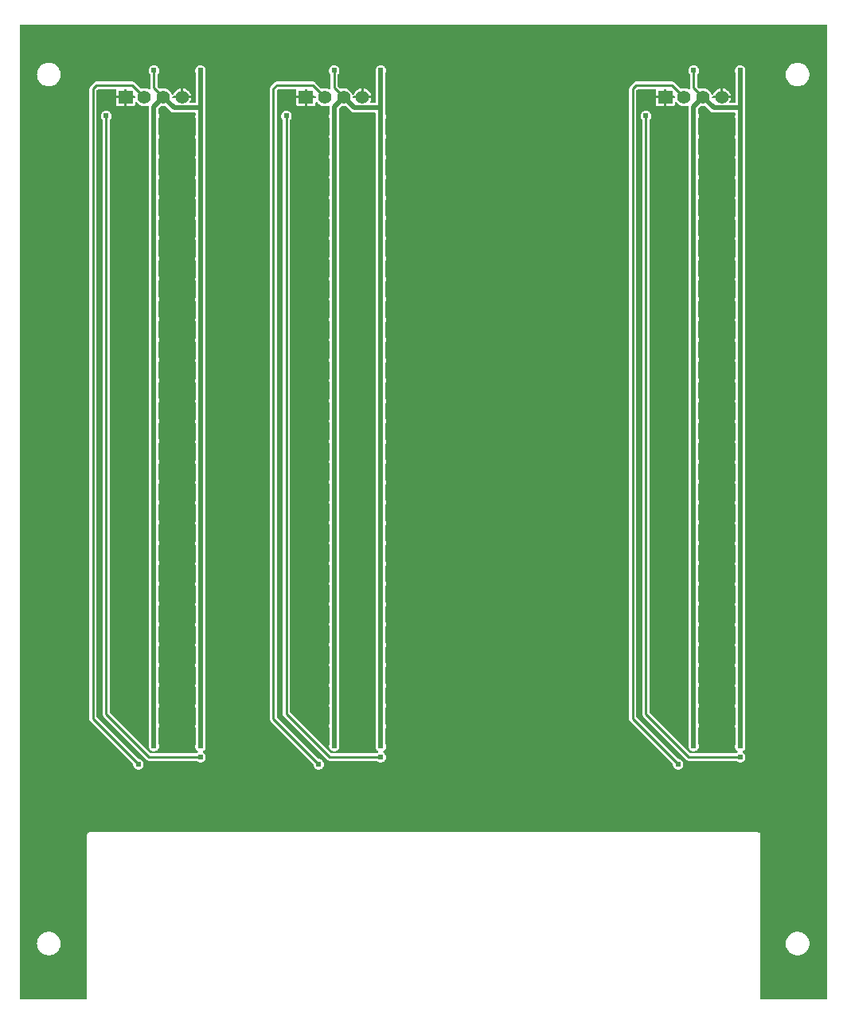
<source format=gbl>
G04 Layer: BottomLayer*
G04 EasyEDA v6.5.29, 2023-07-18 10:57:26*
G04 0569b9fd0f0c4a709173e771a03f3b8e,5a6b42c53f6a479593ecc07194224c93,10*
G04 Gerber Generator version 0.2*
G04 Scale: 100 percent, Rotated: No, Reflected: No *
G04 Dimensions in millimeters *
G04 leading zeros omitted , absolute positions ,4 integer and 5 decimal *
%FSLAX45Y45*%
%MOMM*%

%AMMACRO1*21,1,$1,$2,0,0,$3*%
%ADD10C,0.5000*%
%ADD11C,0.2540*%
%ADD12C,1.4000*%
%ADD13MACRO1,1.524X1.4X0.0000*%
%ADD14C,0.6096*%
%ADD15C,0.0127*%

%LPD*%
G36*
X290068Y1295908D02*
G01*
X286156Y1296670D01*
X282905Y1298905D01*
X280670Y1302156D01*
X279908Y1306068D01*
X279908Y11647932D01*
X280670Y11651843D01*
X282905Y11655094D01*
X286156Y11657330D01*
X290068Y11658092D01*
X8853932Y11658092D01*
X8857843Y11657330D01*
X8861094Y11655094D01*
X8863330Y11651843D01*
X8864092Y11647932D01*
X8864092Y1306068D01*
X8863330Y1302156D01*
X8861094Y1298905D01*
X8857843Y1296670D01*
X8853932Y1295908D01*
X8164068Y1295908D01*
X8160156Y1296670D01*
X8156905Y1298905D01*
X8154670Y1302156D01*
X8153908Y1306068D01*
X8153908Y3047390D01*
X8153095Y3053892D01*
X8151012Y3059430D01*
X8147456Y3064560D01*
X8144459Y3067608D01*
X8140852Y3070250D01*
X8135315Y3072739D01*
X8127847Y3073908D01*
X1016609Y3073908D01*
X1010107Y3073095D01*
X1004569Y3071012D01*
X999439Y3067456D01*
X996391Y3064459D01*
X993749Y3060852D01*
X991260Y3055315D01*
X990092Y3047847D01*
X990092Y1306068D01*
X989330Y1302156D01*
X987094Y1298905D01*
X983843Y1296670D01*
X979932Y1295908D01*
G37*

%LPC*%
G36*
X584200Y10999317D02*
G01*
X599389Y11000232D01*
X614324Y11002975D01*
X628853Y11007496D01*
X642721Y11013744D01*
X655726Y11021618D01*
X667664Y11030966D01*
X678434Y11041735D01*
X687781Y11053673D01*
X695655Y11066678D01*
X701903Y11080546D01*
X706424Y11095075D01*
X709168Y11110010D01*
X710082Y11125200D01*
X709168Y11140389D01*
X706424Y11155324D01*
X701903Y11169853D01*
X695655Y11183721D01*
X687781Y11196726D01*
X678434Y11208664D01*
X667664Y11219434D01*
X655726Y11228781D01*
X642721Y11236655D01*
X628853Y11242903D01*
X614324Y11247424D01*
X599389Y11250168D01*
X584200Y11251082D01*
X569010Y11250168D01*
X554075Y11247424D01*
X539546Y11242903D01*
X525678Y11236655D01*
X512673Y11228781D01*
X500735Y11219434D01*
X489966Y11208664D01*
X480618Y11196726D01*
X472744Y11183721D01*
X466496Y11169853D01*
X461975Y11155324D01*
X459232Y11140389D01*
X458317Y11125200D01*
X459232Y11110010D01*
X461975Y11095075D01*
X466496Y11080546D01*
X472744Y11066678D01*
X480618Y11053673D01*
X489966Y11041735D01*
X500735Y11030966D01*
X512673Y11021618D01*
X525678Y11013744D01*
X539546Y11007496D01*
X554075Y11002975D01*
X569010Y11000232D01*
G37*
G36*
X8547100Y1766417D02*
G01*
X8562238Y1767332D01*
X8577224Y1770075D01*
X8591702Y1774596D01*
X8605570Y1780844D01*
X8618575Y1788718D01*
X8630564Y1798066D01*
X8641283Y1808835D01*
X8650681Y1820773D01*
X8658555Y1833778D01*
X8664803Y1847646D01*
X8669324Y1862175D01*
X8672068Y1877110D01*
X8672982Y1892300D01*
X8672068Y1907489D01*
X8669324Y1922424D01*
X8664803Y1936953D01*
X8658555Y1950821D01*
X8650681Y1963826D01*
X8641283Y1975764D01*
X8630564Y1986534D01*
X8618575Y1995881D01*
X8605570Y2003755D01*
X8591702Y2010003D01*
X8577224Y2014524D01*
X8562238Y2017268D01*
X8547100Y2018182D01*
X8531910Y2017268D01*
X8516924Y2014524D01*
X8502446Y2010003D01*
X8488578Y2003755D01*
X8475573Y1995881D01*
X8463584Y1986534D01*
X8452866Y1975764D01*
X8443468Y1963826D01*
X8435594Y1950821D01*
X8429345Y1936953D01*
X8424824Y1922424D01*
X8422081Y1907489D01*
X8421166Y1892300D01*
X8422081Y1877110D01*
X8424824Y1862175D01*
X8429345Y1847646D01*
X8435594Y1833778D01*
X8443468Y1820773D01*
X8452866Y1808835D01*
X8463584Y1798066D01*
X8475573Y1788718D01*
X8488578Y1780844D01*
X8502446Y1774596D01*
X8516924Y1770075D01*
X8531910Y1767332D01*
G37*
G36*
X584200Y1766417D02*
G01*
X599389Y1767332D01*
X614324Y1770075D01*
X628853Y1774596D01*
X642721Y1780844D01*
X655726Y1788718D01*
X667664Y1798066D01*
X678434Y1808835D01*
X687781Y1820773D01*
X695655Y1833778D01*
X701903Y1847646D01*
X706424Y1862175D01*
X709168Y1877110D01*
X710082Y1892300D01*
X709168Y1907489D01*
X706424Y1922424D01*
X701903Y1936953D01*
X695655Y1950821D01*
X687781Y1963826D01*
X678434Y1975764D01*
X667664Y1986534D01*
X655726Y1995881D01*
X642721Y2003755D01*
X628853Y2010003D01*
X614324Y2014524D01*
X599389Y2017268D01*
X584200Y2018182D01*
X569010Y2017268D01*
X554075Y2014524D01*
X539546Y2010003D01*
X525678Y2003755D01*
X512673Y1995881D01*
X500735Y1986534D01*
X489966Y1975764D01*
X480618Y1963826D01*
X472744Y1950821D01*
X466496Y1936953D01*
X461975Y1922424D01*
X459232Y1907489D01*
X458317Y1892300D01*
X459232Y1877110D01*
X461975Y1862175D01*
X466496Y1847646D01*
X472744Y1833778D01*
X480618Y1820773D01*
X489966Y1808835D01*
X500735Y1798066D01*
X512673Y1788718D01*
X525678Y1780844D01*
X539546Y1774596D01*
X554075Y1770075D01*
X569010Y1767332D01*
G37*
G36*
X1536700Y3740962D02*
G01*
X1546504Y3741826D01*
X1555953Y3744366D01*
X1564894Y3748481D01*
X1572920Y3754120D01*
X1579880Y3761079D01*
X1585518Y3769106D01*
X1589633Y3778046D01*
X1592173Y3787495D01*
X1593037Y3797300D01*
X1592173Y3807104D01*
X1589633Y3816553D01*
X1585518Y3825494D01*
X1579880Y3833520D01*
X1572920Y3840479D01*
X1564894Y3846118D01*
X1555953Y3850233D01*
X1546504Y3852773D01*
X1538478Y3853484D01*
X1535074Y3854399D01*
X1532178Y3856431D01*
X1095705Y4292904D01*
X1093470Y4296206D01*
X1092708Y4300118D01*
X1092708Y10952581D01*
X1093470Y10956493D01*
X1095705Y10959795D01*
X1105204Y10969294D01*
X1108506Y10971530D01*
X1112418Y10972292D01*
X1290523Y10972292D01*
X1294688Y10971377D01*
X1298092Y10968888D01*
X1300226Y10965180D01*
X1300581Y10960912D01*
X1299718Y10953292D01*
X1299718Y10896600D01*
X1389126Y10896600D01*
X1389126Y10962132D01*
X1389888Y10966043D01*
X1392072Y10969294D01*
X1395374Y10971530D01*
X1399286Y10972292D01*
X1404366Y10972292D01*
X1408226Y10971530D01*
X1411528Y10969294D01*
X1413713Y10966043D01*
X1414526Y10962132D01*
X1414526Y10896600D01*
X1495907Y10896600D01*
X1499819Y10895838D01*
X1503070Y10893602D01*
X1505305Y10890351D01*
X1506067Y10886440D01*
X1506067Y10881360D01*
X1505305Y10877448D01*
X1503070Y10874197D01*
X1499819Y10871962D01*
X1495907Y10871200D01*
X1414526Y10871200D01*
X1414526Y10787989D01*
X1477416Y10787989D01*
X1483766Y10788700D01*
X1489202Y10790631D01*
X1494129Y10793679D01*
X1498193Y10797794D01*
X1501292Y10802670D01*
X1503172Y10808157D01*
X1503934Y10814456D01*
X1503934Y10824667D01*
X1504797Y10828832D01*
X1507286Y10832287D01*
X1510995Y10834370D01*
X1515211Y10834776D01*
X1519224Y10833404D01*
X1522374Y10830560D01*
X1527403Y10823397D01*
X1536344Y10813846D01*
X1546504Y10805566D01*
X1557680Y10798759D01*
X1569669Y10793526D01*
X1582267Y10790021D01*
X1595272Y10788243D01*
X1608328Y10788243D01*
X1621332Y10790021D01*
X1633931Y10793526D01*
X1636776Y10794796D01*
X1640738Y10795609D01*
X1644751Y10794847D01*
X1648104Y10792510D01*
X1650288Y10789056D01*
X1650898Y10783671D01*
X1650898Y10710773D01*
X1649933Y10706506D01*
X1648866Y10704169D01*
X1646326Y10694670D01*
X1645462Y10684865D01*
X1646326Y10675112D01*
X1648866Y10665612D01*
X1649933Y10663275D01*
X1650898Y10659008D01*
X1650898Y10494873D01*
X1649933Y10490606D01*
X1648866Y10488269D01*
X1646326Y10478770D01*
X1645462Y10468965D01*
X1646326Y10459212D01*
X1648866Y10449712D01*
X1649933Y10447375D01*
X1650898Y10443108D01*
X1650898Y10278973D01*
X1649933Y10274706D01*
X1648866Y10272369D01*
X1646326Y10262870D01*
X1645462Y10253065D01*
X1646326Y10243312D01*
X1648866Y10233812D01*
X1649933Y10231475D01*
X1650898Y10227208D01*
X1650898Y10063073D01*
X1649933Y10058806D01*
X1648866Y10056469D01*
X1646326Y10046970D01*
X1645462Y10037165D01*
X1646326Y10027412D01*
X1648866Y10017912D01*
X1649933Y10015575D01*
X1650898Y10011308D01*
X1650898Y9847173D01*
X1649933Y9842906D01*
X1648866Y9840569D01*
X1646326Y9831070D01*
X1645462Y9821265D01*
X1646326Y9811512D01*
X1648866Y9802012D01*
X1649933Y9799675D01*
X1650898Y9795408D01*
X1650898Y9631273D01*
X1649933Y9627006D01*
X1648866Y9624669D01*
X1646326Y9615170D01*
X1645462Y9605365D01*
X1646326Y9595612D01*
X1648866Y9586112D01*
X1649933Y9583775D01*
X1650898Y9579508D01*
X1650898Y9415373D01*
X1649933Y9411106D01*
X1648866Y9408769D01*
X1646326Y9399270D01*
X1645462Y9389465D01*
X1646326Y9379712D01*
X1648866Y9370212D01*
X1649933Y9367875D01*
X1650898Y9363608D01*
X1650898Y9199473D01*
X1649933Y9195206D01*
X1648866Y9192869D01*
X1646326Y9183370D01*
X1645462Y9173565D01*
X1646326Y9163812D01*
X1648866Y9154312D01*
X1649933Y9151975D01*
X1650898Y9147708D01*
X1650898Y8983573D01*
X1649933Y8979306D01*
X1648866Y8976969D01*
X1646326Y8967470D01*
X1645462Y8957665D01*
X1646326Y8947912D01*
X1648866Y8938412D01*
X1649933Y8936075D01*
X1650898Y8931808D01*
X1650898Y8767673D01*
X1649933Y8763406D01*
X1648866Y8761069D01*
X1646326Y8751570D01*
X1645462Y8741765D01*
X1646326Y8732012D01*
X1648866Y8722512D01*
X1649933Y8720175D01*
X1650898Y8715908D01*
X1650898Y8551773D01*
X1649933Y8547506D01*
X1648866Y8545169D01*
X1646326Y8535670D01*
X1645462Y8525865D01*
X1646326Y8516112D01*
X1648866Y8506612D01*
X1649933Y8504275D01*
X1650898Y8500008D01*
X1650898Y8335873D01*
X1649933Y8331606D01*
X1648866Y8329269D01*
X1646326Y8319770D01*
X1645462Y8309965D01*
X1646326Y8300212D01*
X1648866Y8290712D01*
X1649933Y8288375D01*
X1650898Y8284108D01*
X1650898Y8119973D01*
X1649933Y8115706D01*
X1648866Y8113369D01*
X1646326Y8103870D01*
X1645462Y8094065D01*
X1646326Y8084312D01*
X1648866Y8074812D01*
X1649933Y8072475D01*
X1650898Y8068208D01*
X1650898Y7904073D01*
X1649933Y7899806D01*
X1648866Y7897469D01*
X1646326Y7887970D01*
X1645462Y7878165D01*
X1646326Y7868412D01*
X1648866Y7858912D01*
X1649933Y7856575D01*
X1650898Y7852308D01*
X1650898Y7688173D01*
X1649933Y7683906D01*
X1648866Y7681569D01*
X1646326Y7672070D01*
X1645462Y7662265D01*
X1646326Y7652512D01*
X1648866Y7643012D01*
X1649933Y7640675D01*
X1650898Y7636408D01*
X1650898Y7472273D01*
X1649933Y7468006D01*
X1648866Y7465669D01*
X1646326Y7456170D01*
X1645462Y7446365D01*
X1646326Y7436612D01*
X1648866Y7427112D01*
X1649933Y7424775D01*
X1650898Y7420508D01*
X1650898Y7256373D01*
X1649933Y7252106D01*
X1648866Y7249769D01*
X1646326Y7240270D01*
X1645462Y7230465D01*
X1646326Y7220712D01*
X1648866Y7211212D01*
X1649933Y7208875D01*
X1650898Y7204608D01*
X1650898Y7040473D01*
X1649933Y7036206D01*
X1648866Y7033869D01*
X1646326Y7024370D01*
X1645462Y7014565D01*
X1646326Y7004812D01*
X1648866Y6995312D01*
X1649933Y6992975D01*
X1650898Y6988708D01*
X1650898Y6824573D01*
X1649933Y6820306D01*
X1648866Y6817969D01*
X1646326Y6808470D01*
X1645462Y6798665D01*
X1646326Y6788912D01*
X1648866Y6779412D01*
X1649933Y6777075D01*
X1650898Y6772808D01*
X1650898Y6608673D01*
X1649933Y6604406D01*
X1648866Y6602069D01*
X1646326Y6592570D01*
X1645462Y6582765D01*
X1646326Y6573012D01*
X1648866Y6563512D01*
X1649933Y6561175D01*
X1650898Y6556908D01*
X1650898Y6392773D01*
X1649933Y6388506D01*
X1648866Y6386169D01*
X1646326Y6376670D01*
X1645462Y6366865D01*
X1646326Y6357112D01*
X1648866Y6347612D01*
X1649933Y6345275D01*
X1650898Y6341008D01*
X1650898Y6176873D01*
X1649933Y6172606D01*
X1648866Y6170269D01*
X1646326Y6160770D01*
X1645462Y6150965D01*
X1646326Y6141212D01*
X1648866Y6131712D01*
X1649933Y6129375D01*
X1650898Y6125108D01*
X1650898Y5960973D01*
X1649933Y5956706D01*
X1648866Y5954369D01*
X1646326Y5944870D01*
X1645462Y5935065D01*
X1646326Y5925312D01*
X1648866Y5915812D01*
X1649933Y5913475D01*
X1650898Y5909208D01*
X1650898Y5745073D01*
X1649933Y5740806D01*
X1648866Y5738469D01*
X1646326Y5728970D01*
X1645462Y5719165D01*
X1646326Y5709412D01*
X1648866Y5699912D01*
X1649933Y5697575D01*
X1650898Y5693308D01*
X1650898Y5529173D01*
X1649933Y5524906D01*
X1648866Y5522569D01*
X1646326Y5513070D01*
X1645462Y5503265D01*
X1646326Y5493512D01*
X1648866Y5484012D01*
X1649933Y5481675D01*
X1650898Y5477408D01*
X1650898Y5313273D01*
X1649933Y5309006D01*
X1648866Y5306669D01*
X1646326Y5297170D01*
X1645462Y5287365D01*
X1646326Y5277612D01*
X1648866Y5268112D01*
X1649933Y5265775D01*
X1650898Y5261508D01*
X1650898Y5097373D01*
X1649933Y5093106D01*
X1648866Y5090769D01*
X1646326Y5081270D01*
X1645462Y5071465D01*
X1646326Y5061712D01*
X1648866Y5052212D01*
X1649933Y5049875D01*
X1650898Y5045608D01*
X1650898Y4881473D01*
X1649933Y4877206D01*
X1648866Y4874869D01*
X1646326Y4865370D01*
X1645462Y4855565D01*
X1646326Y4845812D01*
X1648866Y4836312D01*
X1649933Y4833975D01*
X1650898Y4829708D01*
X1650898Y4665573D01*
X1649933Y4661306D01*
X1648866Y4658969D01*
X1646326Y4649470D01*
X1645462Y4639665D01*
X1646326Y4629912D01*
X1648866Y4620412D01*
X1649933Y4618075D01*
X1650898Y4613808D01*
X1650898Y4449673D01*
X1649933Y4445406D01*
X1648866Y4443069D01*
X1646326Y4433570D01*
X1645462Y4423765D01*
X1646326Y4414012D01*
X1648866Y4404512D01*
X1649933Y4402175D01*
X1650898Y4397908D01*
X1650898Y4233773D01*
X1649933Y4229506D01*
X1648866Y4227169D01*
X1646326Y4217670D01*
X1645462Y4207865D01*
X1646326Y4198112D01*
X1648866Y4188612D01*
X1649933Y4186275D01*
X1650898Y4182008D01*
X1650898Y4017873D01*
X1649933Y4013606D01*
X1648866Y4011269D01*
X1646326Y4001770D01*
X1645462Y3991965D01*
X1646326Y3982212D01*
X1648866Y3972712D01*
X1652981Y3963822D01*
X1658620Y3955745D01*
X1665579Y3948836D01*
X1673606Y3943197D01*
X1682546Y3939032D01*
X1691995Y3936492D01*
X1701800Y3935628D01*
X1711604Y3936492D01*
X1721053Y3939032D01*
X1729993Y3943197D01*
X1738020Y3948836D01*
X1744980Y3955745D01*
X1750618Y3963822D01*
X1754733Y3972712D01*
X1757273Y3982212D01*
X1758137Y3991965D01*
X1757273Y4001770D01*
X1754733Y4011269D01*
X1753666Y4013606D01*
X1752701Y4017873D01*
X1752701Y4182008D01*
X1753666Y4186275D01*
X1754733Y4188612D01*
X1757273Y4198112D01*
X1758137Y4207865D01*
X1757273Y4217670D01*
X1754733Y4227169D01*
X1753666Y4229506D01*
X1752701Y4233773D01*
X1752701Y4397908D01*
X1753666Y4402175D01*
X1754733Y4404512D01*
X1757273Y4414012D01*
X1758137Y4423765D01*
X1757273Y4433570D01*
X1754733Y4443069D01*
X1753666Y4445406D01*
X1752701Y4449673D01*
X1752701Y4613808D01*
X1753666Y4618075D01*
X1754733Y4620412D01*
X1757273Y4629912D01*
X1758137Y4639665D01*
X1757273Y4649470D01*
X1754733Y4658969D01*
X1753666Y4661306D01*
X1752701Y4665573D01*
X1752701Y4829708D01*
X1753666Y4833975D01*
X1754733Y4836312D01*
X1757273Y4845812D01*
X1758137Y4855565D01*
X1757273Y4865370D01*
X1754733Y4874869D01*
X1753666Y4877206D01*
X1752701Y4881473D01*
X1752701Y5045608D01*
X1753666Y5049875D01*
X1754733Y5052212D01*
X1757273Y5061712D01*
X1758137Y5071465D01*
X1757273Y5081270D01*
X1754733Y5090769D01*
X1753666Y5093106D01*
X1752701Y5097373D01*
X1752701Y5261508D01*
X1753666Y5265775D01*
X1754733Y5268112D01*
X1757273Y5277612D01*
X1758137Y5287365D01*
X1757273Y5297170D01*
X1754733Y5306669D01*
X1753666Y5309006D01*
X1752701Y5313273D01*
X1752701Y5477408D01*
X1753666Y5481675D01*
X1754733Y5484012D01*
X1757273Y5493512D01*
X1758137Y5503265D01*
X1757273Y5513070D01*
X1754733Y5522569D01*
X1753666Y5524906D01*
X1752701Y5529173D01*
X1752701Y5693308D01*
X1753666Y5697575D01*
X1754733Y5699912D01*
X1757273Y5709412D01*
X1758137Y5719165D01*
X1757273Y5728970D01*
X1754733Y5738469D01*
X1753666Y5740806D01*
X1752701Y5745073D01*
X1752701Y5909208D01*
X1753666Y5913475D01*
X1754733Y5915812D01*
X1757273Y5925312D01*
X1758137Y5935065D01*
X1757273Y5944870D01*
X1754733Y5954369D01*
X1753666Y5956706D01*
X1752701Y5960973D01*
X1752701Y6125108D01*
X1753666Y6129375D01*
X1754733Y6131712D01*
X1757273Y6141212D01*
X1758137Y6150965D01*
X1757273Y6160770D01*
X1754733Y6170269D01*
X1753666Y6172606D01*
X1752701Y6176873D01*
X1752701Y6341008D01*
X1753666Y6345275D01*
X1754733Y6347612D01*
X1757273Y6357112D01*
X1758137Y6366865D01*
X1757273Y6376670D01*
X1754733Y6386169D01*
X1753666Y6388506D01*
X1752701Y6392773D01*
X1752701Y6556908D01*
X1753666Y6561175D01*
X1754733Y6563512D01*
X1757273Y6573012D01*
X1758137Y6582765D01*
X1757273Y6592570D01*
X1754733Y6602069D01*
X1753666Y6604406D01*
X1752701Y6608673D01*
X1752701Y6772808D01*
X1753666Y6777075D01*
X1754733Y6779412D01*
X1757273Y6788912D01*
X1758137Y6798665D01*
X1757273Y6808470D01*
X1754733Y6817969D01*
X1753666Y6820306D01*
X1752701Y6824573D01*
X1752701Y6988708D01*
X1753666Y6992975D01*
X1754733Y6995312D01*
X1757273Y7004812D01*
X1758137Y7014565D01*
X1757273Y7024370D01*
X1754733Y7033869D01*
X1753666Y7036206D01*
X1752701Y7040473D01*
X1752701Y7204608D01*
X1753666Y7208875D01*
X1754733Y7211212D01*
X1757273Y7220712D01*
X1758137Y7230465D01*
X1757273Y7240270D01*
X1754733Y7249769D01*
X1753666Y7252106D01*
X1752701Y7256373D01*
X1752701Y7420508D01*
X1753666Y7424775D01*
X1754733Y7427112D01*
X1757273Y7436612D01*
X1758137Y7446365D01*
X1757273Y7456170D01*
X1754733Y7465669D01*
X1753666Y7468006D01*
X1752701Y7472273D01*
X1752701Y7636408D01*
X1753666Y7640675D01*
X1754733Y7643012D01*
X1757273Y7652512D01*
X1758137Y7662265D01*
X1757273Y7672070D01*
X1754733Y7681569D01*
X1753666Y7683906D01*
X1752701Y7688173D01*
X1752701Y7852308D01*
X1753666Y7856575D01*
X1754733Y7858912D01*
X1757273Y7868412D01*
X1758137Y7878165D01*
X1757273Y7887970D01*
X1754733Y7897469D01*
X1753666Y7899806D01*
X1752701Y7904073D01*
X1752701Y8068208D01*
X1753666Y8072475D01*
X1754733Y8074812D01*
X1757273Y8084312D01*
X1758137Y8094065D01*
X1757273Y8103870D01*
X1754733Y8113369D01*
X1753666Y8115706D01*
X1752701Y8119973D01*
X1752701Y8284108D01*
X1753666Y8288375D01*
X1754733Y8290712D01*
X1757273Y8300212D01*
X1758137Y8309965D01*
X1757273Y8319770D01*
X1754733Y8329269D01*
X1753666Y8331606D01*
X1752701Y8335873D01*
X1752701Y8500008D01*
X1753666Y8504275D01*
X1754733Y8506612D01*
X1757273Y8516112D01*
X1758137Y8525865D01*
X1757273Y8535670D01*
X1754733Y8545169D01*
X1753666Y8547506D01*
X1752701Y8551773D01*
X1752701Y8715908D01*
X1753666Y8720175D01*
X1754733Y8722512D01*
X1757273Y8732012D01*
X1758137Y8741765D01*
X1757273Y8751570D01*
X1754733Y8761069D01*
X1753666Y8763406D01*
X1752701Y8767673D01*
X1752701Y8931808D01*
X1753666Y8936075D01*
X1754733Y8938412D01*
X1757273Y8947912D01*
X1758137Y8957665D01*
X1757273Y8967470D01*
X1754733Y8976969D01*
X1753666Y8979306D01*
X1752701Y8983573D01*
X1752701Y9147708D01*
X1753666Y9151975D01*
X1754733Y9154312D01*
X1757273Y9163812D01*
X1758137Y9173565D01*
X1757273Y9183370D01*
X1754733Y9192869D01*
X1753666Y9195206D01*
X1752701Y9199473D01*
X1752701Y9363608D01*
X1753666Y9367875D01*
X1754733Y9370212D01*
X1757273Y9379712D01*
X1758137Y9389465D01*
X1757273Y9399270D01*
X1754733Y9408769D01*
X1753666Y9411106D01*
X1752701Y9415373D01*
X1752701Y9579508D01*
X1753666Y9583775D01*
X1754733Y9586112D01*
X1757273Y9595612D01*
X1758137Y9605365D01*
X1757273Y9615170D01*
X1754733Y9624669D01*
X1753666Y9627006D01*
X1752701Y9631273D01*
X1752701Y9795408D01*
X1753666Y9799675D01*
X1754733Y9802012D01*
X1757273Y9811512D01*
X1758137Y9821265D01*
X1757273Y9831070D01*
X1754733Y9840569D01*
X1753666Y9842906D01*
X1752701Y9847173D01*
X1752701Y10011308D01*
X1753666Y10015575D01*
X1754733Y10017912D01*
X1757273Y10027412D01*
X1758137Y10037165D01*
X1757273Y10046970D01*
X1754733Y10056469D01*
X1753666Y10058806D01*
X1752701Y10063073D01*
X1752701Y10227208D01*
X1753666Y10231475D01*
X1754733Y10233812D01*
X1757273Y10243312D01*
X1758137Y10253065D01*
X1757273Y10262870D01*
X1754733Y10272369D01*
X1753666Y10274706D01*
X1752701Y10278973D01*
X1752701Y10443108D01*
X1753666Y10447375D01*
X1754733Y10449712D01*
X1757273Y10459212D01*
X1758137Y10468965D01*
X1757273Y10478770D01*
X1754733Y10488269D01*
X1753666Y10490606D01*
X1752701Y10494873D01*
X1752701Y10659008D01*
X1753666Y10663275D01*
X1754733Y10665612D01*
X1757273Y10675112D01*
X1758137Y10684865D01*
X1757273Y10694670D01*
X1754733Y10704169D01*
X1753666Y10706506D01*
X1752701Y10710773D01*
X1752701Y10758627D01*
X1753463Y10762488D01*
X1755698Y10765790D01*
X1776628Y10786719D01*
X1779168Y10788599D01*
X1782114Y10789564D01*
X1785213Y10789615D01*
X1795272Y10788243D01*
X1808327Y10788243D01*
X1818386Y10789615D01*
X1821484Y10789564D01*
X1824431Y10788599D01*
X1826971Y10786719D01*
X1879955Y10733735D01*
X1883359Y10730585D01*
X1886915Y10727893D01*
X1890674Y10725505D01*
X1894586Y10723473D01*
X1898700Y10721746D01*
X1902917Y10720425D01*
X1907286Y10719460D01*
X1911654Y10718901D01*
X1916328Y10718698D01*
X2136038Y10718698D01*
X2139899Y10717936D01*
X2143201Y10715701D01*
X2145385Y10712399D01*
X2146198Y10708538D01*
X2146198Y10706608D01*
X2145233Y10702340D01*
X2144115Y10699953D01*
X2141575Y10690504D01*
X2140712Y10680700D01*
X2141575Y10670895D01*
X2144115Y10661446D01*
X2145233Y10659059D01*
X2146198Y10654741D01*
X2146198Y10490708D01*
X2145233Y10486440D01*
X2144115Y10484053D01*
X2141575Y10474604D01*
X2140712Y10464800D01*
X2141575Y10454995D01*
X2144115Y10445546D01*
X2145233Y10443159D01*
X2146198Y10438841D01*
X2146198Y10274808D01*
X2145233Y10270540D01*
X2144115Y10268153D01*
X2141575Y10258704D01*
X2140712Y10248900D01*
X2141575Y10239095D01*
X2144115Y10229646D01*
X2145233Y10227259D01*
X2146198Y10222941D01*
X2146198Y10058908D01*
X2145233Y10054640D01*
X2144115Y10052253D01*
X2141575Y10042804D01*
X2140712Y10033000D01*
X2141575Y10023195D01*
X2144115Y10013746D01*
X2145233Y10011359D01*
X2146198Y10007041D01*
X2146198Y9843008D01*
X2145233Y9838740D01*
X2144115Y9836353D01*
X2141575Y9826904D01*
X2140712Y9817100D01*
X2141575Y9807295D01*
X2144115Y9797846D01*
X2145233Y9795459D01*
X2146198Y9791141D01*
X2146198Y9627108D01*
X2145233Y9622840D01*
X2144115Y9620453D01*
X2141575Y9611004D01*
X2140712Y9601200D01*
X2141575Y9591395D01*
X2144115Y9581946D01*
X2145233Y9579559D01*
X2146198Y9575241D01*
X2146198Y9411208D01*
X2145233Y9406940D01*
X2144115Y9404553D01*
X2141575Y9395104D01*
X2140712Y9385300D01*
X2141575Y9375495D01*
X2144115Y9366046D01*
X2145233Y9363608D01*
X2146198Y9359341D01*
X2146198Y9195308D01*
X2145233Y9190990D01*
X2144166Y9188653D01*
X2141626Y9179204D01*
X2140762Y9169400D01*
X2141626Y9159595D01*
X2144166Y9150146D01*
X2145233Y9147810D01*
X2146198Y9143542D01*
X2146198Y8979357D01*
X2145233Y8975090D01*
X2144166Y8972753D01*
X2141626Y8963304D01*
X2140762Y8953500D01*
X2141626Y8943695D01*
X2144166Y8934246D01*
X2145233Y8931910D01*
X2146198Y8927642D01*
X2146198Y8763457D01*
X2145233Y8759190D01*
X2144166Y8756853D01*
X2141626Y8747404D01*
X2140762Y8737600D01*
X2141626Y8727795D01*
X2144166Y8718346D01*
X2145233Y8716010D01*
X2146198Y8711742D01*
X2146198Y8547557D01*
X2145233Y8543290D01*
X2144166Y8540953D01*
X2141626Y8531504D01*
X2140762Y8521700D01*
X2141626Y8511895D01*
X2144166Y8502446D01*
X2145233Y8500110D01*
X2146198Y8495842D01*
X2146198Y8331657D01*
X2145233Y8327390D01*
X2144166Y8325053D01*
X2141626Y8315604D01*
X2140762Y8305800D01*
X2141626Y8295995D01*
X2144166Y8286546D01*
X2145233Y8284209D01*
X2146198Y8279942D01*
X2146198Y8115757D01*
X2145233Y8111490D01*
X2144166Y8109153D01*
X2141626Y8099704D01*
X2140762Y8089900D01*
X2141626Y8080095D01*
X2144166Y8070646D01*
X2145233Y8068309D01*
X2146198Y8064042D01*
X2146198Y7899857D01*
X2145233Y7895590D01*
X2144166Y7893253D01*
X2141626Y7883804D01*
X2140762Y7874000D01*
X2141626Y7864195D01*
X2144166Y7854746D01*
X2145233Y7852409D01*
X2146198Y7848142D01*
X2146198Y7683957D01*
X2145233Y7679690D01*
X2144166Y7677353D01*
X2141626Y7667904D01*
X2140762Y7658100D01*
X2141626Y7648295D01*
X2144166Y7638846D01*
X2145233Y7636509D01*
X2146198Y7632242D01*
X2146198Y7468057D01*
X2145233Y7463790D01*
X2144166Y7461453D01*
X2141626Y7452004D01*
X2140762Y7442200D01*
X2141626Y7432395D01*
X2144166Y7422946D01*
X2145233Y7420609D01*
X2146198Y7416342D01*
X2146198Y7252157D01*
X2145233Y7247890D01*
X2144166Y7245553D01*
X2141626Y7236104D01*
X2140762Y7226300D01*
X2141626Y7216495D01*
X2144166Y7207046D01*
X2145233Y7204709D01*
X2146198Y7200442D01*
X2146198Y7036257D01*
X2145233Y7031990D01*
X2144166Y7029653D01*
X2141626Y7020204D01*
X2140762Y7010400D01*
X2141626Y7000595D01*
X2144166Y6991146D01*
X2145233Y6988809D01*
X2146198Y6984542D01*
X2146198Y6820357D01*
X2145233Y6816090D01*
X2144166Y6813753D01*
X2141626Y6804304D01*
X2140762Y6794500D01*
X2141626Y6784695D01*
X2144166Y6775246D01*
X2145233Y6772909D01*
X2146198Y6768642D01*
X2146198Y6604457D01*
X2145233Y6600190D01*
X2144166Y6597853D01*
X2141626Y6588404D01*
X2140762Y6578600D01*
X2141626Y6568795D01*
X2144166Y6559346D01*
X2145233Y6557009D01*
X2146198Y6552742D01*
X2146198Y6388557D01*
X2145233Y6384290D01*
X2144166Y6381953D01*
X2141626Y6372504D01*
X2140762Y6362700D01*
X2141626Y6352895D01*
X2144166Y6343446D01*
X2145233Y6341110D01*
X2146198Y6336792D01*
X2146198Y6172708D01*
X2145233Y6168390D01*
X2144166Y6166053D01*
X2141626Y6156604D01*
X2140762Y6146800D01*
X2141626Y6136995D01*
X2144166Y6127546D01*
X2145233Y6125210D01*
X2146198Y6120892D01*
X2146198Y5956808D01*
X2145233Y5952490D01*
X2144166Y5950153D01*
X2141626Y5940704D01*
X2140762Y5930900D01*
X2141626Y5921095D01*
X2144166Y5911646D01*
X2145233Y5909310D01*
X2146198Y5904992D01*
X2146198Y5740908D01*
X2145233Y5736590D01*
X2144166Y5734253D01*
X2141626Y5724804D01*
X2140762Y5715000D01*
X2141626Y5705195D01*
X2144166Y5695746D01*
X2145233Y5693410D01*
X2146198Y5689092D01*
X2146198Y5525008D01*
X2145233Y5520690D01*
X2144166Y5518353D01*
X2141626Y5508904D01*
X2140762Y5499100D01*
X2141626Y5489295D01*
X2144166Y5479846D01*
X2145233Y5477510D01*
X2146198Y5473192D01*
X2146198Y5309108D01*
X2145233Y5304790D01*
X2144166Y5302453D01*
X2141626Y5293004D01*
X2140762Y5283200D01*
X2141626Y5273395D01*
X2144166Y5263946D01*
X2145233Y5261610D01*
X2146198Y5257292D01*
X2146198Y5093208D01*
X2145233Y5088890D01*
X2144166Y5086553D01*
X2141626Y5077104D01*
X2140762Y5067300D01*
X2141626Y5057495D01*
X2144166Y5048046D01*
X2145233Y5045710D01*
X2146198Y5041392D01*
X2146198Y4877308D01*
X2145233Y4872990D01*
X2144166Y4870653D01*
X2141626Y4861204D01*
X2140762Y4851400D01*
X2141626Y4841595D01*
X2144166Y4832146D01*
X2145233Y4829810D01*
X2146198Y4825492D01*
X2146198Y4661408D01*
X2145233Y4657090D01*
X2144166Y4654753D01*
X2141626Y4645304D01*
X2140762Y4635500D01*
X2141626Y4625695D01*
X2144166Y4616246D01*
X2145233Y4613910D01*
X2146198Y4609592D01*
X2146198Y4445508D01*
X2145233Y4441190D01*
X2144166Y4438853D01*
X2141626Y4429404D01*
X2140762Y4419600D01*
X2141626Y4409795D01*
X2144166Y4400346D01*
X2145233Y4398010D01*
X2146198Y4393692D01*
X2146198Y4229608D01*
X2145233Y4225290D01*
X2144166Y4222953D01*
X2141626Y4213504D01*
X2140762Y4203700D01*
X2141626Y4193895D01*
X2144166Y4184446D01*
X2145233Y4182110D01*
X2146198Y4177792D01*
X2146198Y4013708D01*
X2145233Y4009390D01*
X2144166Y4007053D01*
X2141626Y3997604D01*
X2140762Y3987800D01*
X2141626Y3977995D01*
X2144166Y3968546D01*
X2148281Y3959606D01*
X2153920Y3951579D01*
X2160879Y3944620D01*
X2168956Y3938981D01*
X2171649Y3936187D01*
X2173122Y3932580D01*
X2173122Y3928719D01*
X2171649Y3925112D01*
X2168956Y3922318D01*
X2160879Y3916679D01*
X2159304Y3915105D01*
X2156002Y3912870D01*
X2152091Y3912108D01*
X1671218Y3912108D01*
X1667306Y3912870D01*
X1664004Y3915105D01*
X1235405Y4343704D01*
X1233170Y4347006D01*
X1232408Y4350918D01*
X1232408Y10639907D01*
X1233170Y10643768D01*
X1235405Y10647070D01*
X1236980Y10648645D01*
X1242618Y10656722D01*
X1246733Y10665612D01*
X1249273Y10675112D01*
X1250137Y10684865D01*
X1249273Y10694670D01*
X1246733Y10704169D01*
X1242618Y10713059D01*
X1236980Y10721136D01*
X1230020Y10728045D01*
X1221994Y10733684D01*
X1213053Y10737850D01*
X1203604Y10740390D01*
X1193800Y10741253D01*
X1183995Y10740390D01*
X1174546Y10737850D01*
X1165606Y10733684D01*
X1157579Y10728045D01*
X1150620Y10721136D01*
X1144981Y10713059D01*
X1140866Y10704169D01*
X1138326Y10694670D01*
X1137462Y10684865D01*
X1138326Y10675112D01*
X1140866Y10665612D01*
X1144981Y10656722D01*
X1150620Y10648645D01*
X1152194Y10647070D01*
X1154430Y10643768D01*
X1155192Y10639907D01*
X1155192Y4331208D01*
X1156004Y4323181D01*
X1158189Y4315968D01*
X1161745Y4309262D01*
X1166876Y4303064D01*
X1623364Y3846576D01*
X1629562Y3841445D01*
X1636268Y3837889D01*
X1643481Y3835704D01*
X1651507Y3834892D01*
X2152091Y3834892D01*
X2156002Y3834129D01*
X2159304Y3831894D01*
X2160879Y3830320D01*
X2168906Y3824681D01*
X2177846Y3820566D01*
X2187295Y3818026D01*
X2197100Y3817162D01*
X2206904Y3818026D01*
X2216353Y3820566D01*
X2225294Y3824681D01*
X2233320Y3830320D01*
X2240280Y3837279D01*
X2245918Y3845306D01*
X2250033Y3854246D01*
X2252573Y3863695D01*
X2253437Y3873500D01*
X2252573Y3883304D01*
X2250033Y3892753D01*
X2245918Y3901694D01*
X2240280Y3909720D01*
X2233320Y3916679D01*
X2225243Y3922318D01*
X2222550Y3925112D01*
X2221077Y3928719D01*
X2221077Y3932580D01*
X2222550Y3936187D01*
X2225243Y3938981D01*
X2233320Y3944620D01*
X2240280Y3951579D01*
X2245918Y3959606D01*
X2250033Y3968546D01*
X2252573Y3977995D01*
X2253437Y3987800D01*
X2252573Y3997604D01*
X2250033Y4007053D01*
X2248966Y4009390D01*
X2248001Y4013708D01*
X2248001Y4177792D01*
X2248966Y4182110D01*
X2250033Y4184446D01*
X2252573Y4193895D01*
X2253437Y4203700D01*
X2252573Y4213504D01*
X2250033Y4222953D01*
X2248966Y4225290D01*
X2248001Y4229608D01*
X2248001Y4393692D01*
X2248966Y4398010D01*
X2250033Y4400346D01*
X2252573Y4409795D01*
X2253437Y4419600D01*
X2252573Y4429404D01*
X2250033Y4438853D01*
X2248966Y4441190D01*
X2248001Y4445508D01*
X2248001Y4609592D01*
X2248966Y4613910D01*
X2250033Y4616246D01*
X2252573Y4625695D01*
X2253437Y4635500D01*
X2252573Y4645304D01*
X2250033Y4654753D01*
X2248966Y4657090D01*
X2248001Y4661408D01*
X2248001Y4825492D01*
X2248966Y4829810D01*
X2250033Y4832146D01*
X2252573Y4841595D01*
X2253437Y4851400D01*
X2252573Y4861204D01*
X2250033Y4870653D01*
X2248966Y4872990D01*
X2248001Y4877308D01*
X2248001Y5041392D01*
X2248966Y5045710D01*
X2250033Y5048046D01*
X2252573Y5057495D01*
X2253437Y5067300D01*
X2252573Y5077104D01*
X2250033Y5086553D01*
X2248966Y5088890D01*
X2248001Y5093208D01*
X2248001Y5257292D01*
X2248966Y5261610D01*
X2250033Y5263946D01*
X2252573Y5273395D01*
X2253437Y5283200D01*
X2252573Y5293004D01*
X2250033Y5302453D01*
X2248966Y5304790D01*
X2248001Y5309108D01*
X2248001Y5473192D01*
X2248966Y5477510D01*
X2250033Y5479846D01*
X2252573Y5489295D01*
X2253437Y5499100D01*
X2252573Y5508904D01*
X2250033Y5518353D01*
X2248966Y5520690D01*
X2248001Y5525008D01*
X2248001Y5689092D01*
X2248966Y5693410D01*
X2250033Y5695746D01*
X2252573Y5705195D01*
X2253437Y5715000D01*
X2252573Y5724804D01*
X2250033Y5734253D01*
X2248966Y5736590D01*
X2248001Y5740908D01*
X2248001Y5904992D01*
X2248966Y5909310D01*
X2250033Y5911646D01*
X2252573Y5921095D01*
X2253437Y5930900D01*
X2252573Y5940704D01*
X2250033Y5950153D01*
X2248966Y5952490D01*
X2248001Y5956808D01*
X2248001Y6120892D01*
X2248966Y6125210D01*
X2250033Y6127546D01*
X2252573Y6136995D01*
X2253437Y6146800D01*
X2252573Y6156604D01*
X2250033Y6166053D01*
X2248966Y6168390D01*
X2248001Y6172708D01*
X2248001Y6336792D01*
X2248966Y6341110D01*
X2250033Y6343446D01*
X2252573Y6352895D01*
X2253437Y6362700D01*
X2252573Y6372504D01*
X2250033Y6381953D01*
X2248966Y6384340D01*
X2248001Y6388608D01*
X2248001Y6552641D01*
X2248966Y6556959D01*
X2250033Y6559346D01*
X2252573Y6568795D01*
X2253437Y6578600D01*
X2252573Y6588404D01*
X2250033Y6597853D01*
X2248966Y6600240D01*
X2248001Y6604508D01*
X2248001Y6768541D01*
X2248966Y6772859D01*
X2250033Y6775246D01*
X2252573Y6784695D01*
X2253437Y6794500D01*
X2252573Y6804304D01*
X2250033Y6813753D01*
X2248966Y6816140D01*
X2248001Y6820408D01*
X2248001Y6984441D01*
X2248966Y6988759D01*
X2250033Y6991146D01*
X2252573Y7000595D01*
X2253437Y7010400D01*
X2252573Y7020204D01*
X2250033Y7029653D01*
X2248966Y7032040D01*
X2248001Y7036308D01*
X2248001Y7200341D01*
X2248966Y7204659D01*
X2250033Y7207046D01*
X2252573Y7216495D01*
X2253437Y7226300D01*
X2252573Y7236104D01*
X2250033Y7245553D01*
X2248966Y7247940D01*
X2248001Y7252208D01*
X2248001Y7416241D01*
X2248966Y7420559D01*
X2250033Y7422946D01*
X2252573Y7432395D01*
X2253437Y7442200D01*
X2252573Y7452004D01*
X2250033Y7461453D01*
X2248966Y7463840D01*
X2248001Y7468108D01*
X2248001Y7632141D01*
X2248966Y7636459D01*
X2250033Y7638846D01*
X2252573Y7648295D01*
X2253437Y7658100D01*
X2252573Y7667904D01*
X2250033Y7677353D01*
X2248966Y7679740D01*
X2248001Y7684008D01*
X2248001Y7848041D01*
X2248966Y7852359D01*
X2250033Y7854746D01*
X2252573Y7864195D01*
X2253437Y7874000D01*
X2252573Y7883804D01*
X2250033Y7893253D01*
X2248966Y7895640D01*
X2248001Y7899908D01*
X2248001Y8063941D01*
X2248966Y8068259D01*
X2250033Y8070646D01*
X2252573Y8080095D01*
X2253437Y8089900D01*
X2252573Y8099704D01*
X2250033Y8109153D01*
X2248966Y8111540D01*
X2248001Y8115808D01*
X2248001Y8279841D01*
X2248966Y8284159D01*
X2250033Y8286546D01*
X2252573Y8295995D01*
X2253437Y8305800D01*
X2252573Y8315604D01*
X2250033Y8325053D01*
X2248966Y8327440D01*
X2248001Y8331708D01*
X2248001Y8495741D01*
X2248966Y8500059D01*
X2250033Y8502446D01*
X2252573Y8511895D01*
X2253437Y8521700D01*
X2252573Y8531504D01*
X2250033Y8540953D01*
X2248966Y8543340D01*
X2248001Y8547608D01*
X2248001Y8711641D01*
X2248966Y8715959D01*
X2250033Y8718346D01*
X2252573Y8727795D01*
X2253437Y8737600D01*
X2252573Y8747404D01*
X2250033Y8756853D01*
X2248966Y8759240D01*
X2248001Y8763508D01*
X2248001Y8927541D01*
X2248966Y8931859D01*
X2250033Y8934246D01*
X2252573Y8943695D01*
X2253437Y8953500D01*
X2252573Y8963304D01*
X2250033Y8972753D01*
X2248966Y8975140D01*
X2248001Y8979408D01*
X2248001Y9143441D01*
X2248966Y9147759D01*
X2250033Y9150146D01*
X2252573Y9159595D01*
X2253437Y9169400D01*
X2252573Y9179204D01*
X2250033Y9188653D01*
X2248966Y9190990D01*
X2248001Y9195308D01*
X2248001Y9359442D01*
X2248966Y9363760D01*
X2250033Y9366046D01*
X2252573Y9375495D01*
X2253437Y9385300D01*
X2252573Y9395104D01*
X2250033Y9404553D01*
X2248966Y9406890D01*
X2248001Y9411157D01*
X2248001Y9575342D01*
X2248966Y9579610D01*
X2250033Y9581946D01*
X2252573Y9591395D01*
X2253437Y9601200D01*
X2252573Y9611004D01*
X2250033Y9620453D01*
X2248966Y9622790D01*
X2248001Y9627057D01*
X2248001Y9791242D01*
X2248966Y9795510D01*
X2250033Y9797846D01*
X2252573Y9807295D01*
X2253437Y9817100D01*
X2252573Y9826904D01*
X2250033Y9836353D01*
X2248966Y9838690D01*
X2248001Y9842957D01*
X2248001Y10007142D01*
X2248966Y10011410D01*
X2250033Y10013746D01*
X2252573Y10023195D01*
X2253437Y10033000D01*
X2252573Y10042804D01*
X2250033Y10052253D01*
X2248966Y10054590D01*
X2248001Y10058857D01*
X2248001Y10223042D01*
X2248966Y10227310D01*
X2250033Y10229646D01*
X2252573Y10239095D01*
X2253437Y10248900D01*
X2252573Y10258704D01*
X2250033Y10268153D01*
X2248966Y10270490D01*
X2248001Y10274757D01*
X2248001Y10438942D01*
X2248966Y10443210D01*
X2250033Y10445546D01*
X2252573Y10454995D01*
X2253437Y10464800D01*
X2252573Y10474604D01*
X2250033Y10484053D01*
X2248966Y10486390D01*
X2248001Y10490657D01*
X2248001Y10654842D01*
X2248966Y10659110D01*
X2250033Y10661446D01*
X2252573Y10670895D01*
X2253437Y10680700D01*
X2252573Y10690504D01*
X2250033Y10699953D01*
X2248966Y10702290D01*
X2248001Y10706557D01*
X2248001Y11141608D01*
X2248966Y11145875D01*
X2250033Y11148212D01*
X2252573Y11157712D01*
X2253437Y11167465D01*
X2252573Y11177270D01*
X2250033Y11186769D01*
X2245918Y11195659D01*
X2240280Y11203736D01*
X2233320Y11210645D01*
X2225294Y11216284D01*
X2216353Y11220450D01*
X2206904Y11222990D01*
X2197100Y11223853D01*
X2187295Y11222990D01*
X2177846Y11220450D01*
X2168906Y11216284D01*
X2160879Y11210645D01*
X2153920Y11203736D01*
X2148281Y11195659D01*
X2144166Y11186769D01*
X2141626Y11177270D01*
X2140762Y11167465D01*
X2141626Y11157712D01*
X2144166Y11148212D01*
X2145233Y11145875D01*
X2146198Y11141608D01*
X2146198Y10830661D01*
X2145436Y10826800D01*
X2143201Y10823498D01*
X2139899Y10821263D01*
X2136038Y10820501D01*
X2093417Y10820501D01*
X2089353Y10821365D01*
X2085949Y10823752D01*
X2083816Y10827258D01*
X2083257Y10831372D01*
X2084374Y10835335D01*
X2089759Y10845698D01*
X2094128Y10858042D01*
X2096820Y10871200D01*
X2014474Y10871200D01*
X2014474Y10830661D01*
X2013712Y10826800D01*
X2011527Y10823498D01*
X2008225Y10821263D01*
X2004364Y10820501D01*
X1999284Y10820501D01*
X1995373Y10821263D01*
X1992071Y10823498D01*
X1989886Y10826800D01*
X1989074Y10830661D01*
X1989074Y10871200D01*
X1907692Y10871200D01*
X1903780Y10871962D01*
X1900529Y10874197D01*
X1898294Y10877448D01*
X1897532Y10881360D01*
X1897532Y10886440D01*
X1898294Y10890351D01*
X1900529Y10893602D01*
X1903780Y10895838D01*
X1907692Y10896600D01*
X1989074Y10896600D01*
X1989074Y10978692D01*
X1982266Y10977778D01*
X1969668Y10974222D01*
X1957679Y10969040D01*
X1946503Y10962233D01*
X1936343Y10953953D01*
X1927402Y10944402D01*
X1919884Y10933734D01*
X1913839Y10922101D01*
X1911350Y10915142D01*
X1909216Y10911586D01*
X1905863Y10909198D01*
X1901799Y10908385D01*
X1897735Y10909198D01*
X1894382Y10911586D01*
X1892249Y10915142D01*
X1889760Y10922101D01*
X1883714Y10933734D01*
X1876196Y10944402D01*
X1867255Y10953953D01*
X1857095Y10962233D01*
X1845919Y10969040D01*
X1833930Y10974222D01*
X1821332Y10977778D01*
X1808327Y10979556D01*
X1795272Y10979556D01*
X1782267Y10977778D01*
X1772564Y10975035D01*
X1769008Y10974730D01*
X1765554Y10975594D01*
X1762658Y10977676D01*
X1743405Y10996930D01*
X1741170Y11000232D01*
X1740407Y11004092D01*
X1740407Y11122507D01*
X1741170Y11126368D01*
X1743405Y11129670D01*
X1744980Y11131245D01*
X1750618Y11139322D01*
X1754733Y11148212D01*
X1757273Y11157712D01*
X1758137Y11167465D01*
X1757273Y11177270D01*
X1754733Y11186769D01*
X1750618Y11195659D01*
X1744980Y11203736D01*
X1738020Y11210645D01*
X1729993Y11216284D01*
X1721053Y11220450D01*
X1711604Y11222990D01*
X1701800Y11223853D01*
X1691995Y11222990D01*
X1682546Y11220450D01*
X1673606Y11216284D01*
X1665579Y11210645D01*
X1658620Y11203736D01*
X1652981Y11195659D01*
X1648866Y11186769D01*
X1646326Y11177270D01*
X1645462Y11167465D01*
X1646326Y11157712D01*
X1648866Y11148212D01*
X1652981Y11139322D01*
X1658620Y11131245D01*
X1660194Y11129670D01*
X1662430Y11126368D01*
X1663192Y11122507D01*
X1663192Y10984382D01*
X1663903Y10977118D01*
X1663344Y10972698D01*
X1660956Y10968939D01*
X1657197Y10966551D01*
X1652727Y10966043D01*
X1648510Y10967466D01*
X1645920Y10969040D01*
X1633931Y10974222D01*
X1621332Y10977778D01*
X1608328Y10979556D01*
X1595272Y10979556D01*
X1582267Y10977778D01*
X1572514Y10975035D01*
X1568958Y10974679D01*
X1565503Y10975594D01*
X1562608Y10977626D01*
X1502359Y11037824D01*
X1496161Y11042954D01*
X1489506Y11046510D01*
X1482242Y11048695D01*
X1474216Y11049508D01*
X1092708Y11049508D01*
X1084681Y11048695D01*
X1077468Y11046510D01*
X1070762Y11042954D01*
X1064564Y11037824D01*
X1027176Y11000435D01*
X1022045Y10994237D01*
X1018489Y10987532D01*
X1016304Y10980318D01*
X1015492Y10972292D01*
X1015492Y4280408D01*
X1016304Y4272381D01*
X1018489Y4265168D01*
X1022045Y4258462D01*
X1027176Y4252264D01*
X1477568Y3801821D01*
X1479600Y3798925D01*
X1480515Y3795522D01*
X1481226Y3787495D01*
X1483766Y3778046D01*
X1487881Y3769106D01*
X1493520Y3761079D01*
X1500479Y3754120D01*
X1508506Y3748481D01*
X1517446Y3744366D01*
X1526895Y3741826D01*
G37*
G36*
X7277100Y3740962D02*
G01*
X7286904Y3741826D01*
X7296353Y3744366D01*
X7305294Y3748481D01*
X7313320Y3754120D01*
X7320280Y3761079D01*
X7325918Y3769106D01*
X7330033Y3778046D01*
X7332573Y3787495D01*
X7333437Y3797300D01*
X7332573Y3807104D01*
X7330033Y3816553D01*
X7325918Y3825494D01*
X7320280Y3833520D01*
X7313320Y3840479D01*
X7305294Y3846118D01*
X7296353Y3850233D01*
X7286904Y3852773D01*
X7278878Y3853484D01*
X7275474Y3854399D01*
X7272578Y3856431D01*
X6836105Y4292904D01*
X6833870Y4296206D01*
X6833108Y4300118D01*
X6833108Y10952581D01*
X6833870Y10956493D01*
X6836105Y10959795D01*
X6845604Y10969294D01*
X6848906Y10971530D01*
X6852818Y10972292D01*
X7030923Y10972292D01*
X7035088Y10971377D01*
X7038492Y10968888D01*
X7040625Y10965180D01*
X7040981Y10960912D01*
X7040118Y10953292D01*
X7040118Y10896600D01*
X7129525Y10896600D01*
X7129525Y10962132D01*
X7130288Y10966043D01*
X7132472Y10969294D01*
X7135774Y10971530D01*
X7139686Y10972292D01*
X7144766Y10972292D01*
X7148626Y10971530D01*
X7151928Y10969294D01*
X7154113Y10966043D01*
X7154925Y10962132D01*
X7154925Y10896600D01*
X7236307Y10896600D01*
X7240219Y10895838D01*
X7243470Y10893602D01*
X7245705Y10890351D01*
X7246467Y10886440D01*
X7246467Y10881360D01*
X7245705Y10877448D01*
X7243470Y10874197D01*
X7240219Y10871962D01*
X7236307Y10871200D01*
X7154925Y10871200D01*
X7154925Y10787989D01*
X7217816Y10787989D01*
X7224166Y10788700D01*
X7229602Y10790631D01*
X7234529Y10793679D01*
X7238593Y10797794D01*
X7241692Y10802670D01*
X7243572Y10808157D01*
X7244334Y10814456D01*
X7244334Y10824667D01*
X7245197Y10828832D01*
X7247686Y10832287D01*
X7251395Y10834370D01*
X7255611Y10834776D01*
X7259624Y10833404D01*
X7262774Y10830560D01*
X7267803Y10823397D01*
X7276744Y10813846D01*
X7286904Y10805566D01*
X7298080Y10798759D01*
X7310069Y10793526D01*
X7322667Y10790021D01*
X7335672Y10788243D01*
X7348728Y10788243D01*
X7361732Y10790021D01*
X7374331Y10793526D01*
X7377175Y10794796D01*
X7381138Y10795609D01*
X7385151Y10794847D01*
X7388504Y10792510D01*
X7390688Y10789056D01*
X7391298Y10783671D01*
X7391298Y10710773D01*
X7390333Y10706506D01*
X7389266Y10704169D01*
X7386726Y10694670D01*
X7385862Y10684865D01*
X7386726Y10675112D01*
X7389266Y10665612D01*
X7390333Y10663275D01*
X7391298Y10659008D01*
X7391298Y10494873D01*
X7390333Y10490606D01*
X7389266Y10488269D01*
X7386726Y10478770D01*
X7385862Y10468965D01*
X7386726Y10459212D01*
X7389266Y10449712D01*
X7390333Y10447375D01*
X7391298Y10443108D01*
X7391298Y10278973D01*
X7390333Y10274706D01*
X7389266Y10272369D01*
X7386726Y10262870D01*
X7385862Y10253065D01*
X7386726Y10243312D01*
X7389266Y10233812D01*
X7390333Y10231475D01*
X7391298Y10227208D01*
X7391298Y10063073D01*
X7390333Y10058806D01*
X7389266Y10056469D01*
X7386726Y10046970D01*
X7385862Y10037165D01*
X7386726Y10027412D01*
X7389266Y10017912D01*
X7390333Y10015575D01*
X7391298Y10011308D01*
X7391298Y9847173D01*
X7390333Y9842906D01*
X7389266Y9840569D01*
X7386726Y9831070D01*
X7385862Y9821265D01*
X7386726Y9811512D01*
X7389266Y9802012D01*
X7390333Y9799675D01*
X7391298Y9795408D01*
X7391298Y9631273D01*
X7390333Y9627006D01*
X7389266Y9624669D01*
X7386726Y9615170D01*
X7385862Y9605365D01*
X7386726Y9595612D01*
X7389266Y9586112D01*
X7390333Y9583775D01*
X7391298Y9579508D01*
X7391298Y9415373D01*
X7390333Y9411106D01*
X7389266Y9408769D01*
X7386726Y9399270D01*
X7385862Y9389465D01*
X7386726Y9379712D01*
X7389266Y9370212D01*
X7390333Y9367875D01*
X7391298Y9363608D01*
X7391298Y9199473D01*
X7390333Y9195206D01*
X7389266Y9192869D01*
X7386726Y9183370D01*
X7385862Y9173565D01*
X7386726Y9163812D01*
X7389266Y9154312D01*
X7390333Y9151975D01*
X7391298Y9147708D01*
X7391298Y8983573D01*
X7390333Y8979306D01*
X7389266Y8976969D01*
X7386726Y8967470D01*
X7385862Y8957665D01*
X7386726Y8947912D01*
X7389266Y8938412D01*
X7390333Y8936075D01*
X7391298Y8931808D01*
X7391298Y8767673D01*
X7390333Y8763406D01*
X7389266Y8761069D01*
X7386726Y8751570D01*
X7385862Y8741765D01*
X7386726Y8732012D01*
X7389266Y8722512D01*
X7390333Y8720175D01*
X7391298Y8715908D01*
X7391298Y8551773D01*
X7390333Y8547506D01*
X7389266Y8545169D01*
X7386726Y8535670D01*
X7385862Y8525865D01*
X7386726Y8516112D01*
X7389266Y8506612D01*
X7390333Y8504275D01*
X7391298Y8500008D01*
X7391298Y8335873D01*
X7390333Y8331606D01*
X7389266Y8329269D01*
X7386726Y8319770D01*
X7385862Y8309965D01*
X7386726Y8300212D01*
X7389266Y8290712D01*
X7390333Y8288375D01*
X7391298Y8284108D01*
X7391298Y8119973D01*
X7390333Y8115706D01*
X7389266Y8113369D01*
X7386726Y8103870D01*
X7385862Y8094065D01*
X7386726Y8084312D01*
X7389266Y8074812D01*
X7390333Y8072475D01*
X7391298Y8068208D01*
X7391298Y7904073D01*
X7390333Y7899806D01*
X7389266Y7897469D01*
X7386726Y7887970D01*
X7385862Y7878165D01*
X7386726Y7868412D01*
X7389266Y7858912D01*
X7390333Y7856575D01*
X7391298Y7852308D01*
X7391298Y7688173D01*
X7390333Y7683906D01*
X7389266Y7681569D01*
X7386726Y7672070D01*
X7385862Y7662265D01*
X7386726Y7652512D01*
X7389266Y7643012D01*
X7390333Y7640675D01*
X7391298Y7636408D01*
X7391298Y7472273D01*
X7390333Y7468006D01*
X7389266Y7465669D01*
X7386726Y7456170D01*
X7385862Y7446365D01*
X7386726Y7436612D01*
X7389266Y7427112D01*
X7390333Y7424775D01*
X7391298Y7420508D01*
X7391298Y7256373D01*
X7390333Y7252106D01*
X7389266Y7249769D01*
X7386726Y7240270D01*
X7385862Y7230465D01*
X7386726Y7220712D01*
X7389266Y7211212D01*
X7390333Y7208875D01*
X7391298Y7204608D01*
X7391298Y7040473D01*
X7390333Y7036206D01*
X7389266Y7033869D01*
X7386726Y7024370D01*
X7385862Y7014565D01*
X7386726Y7004812D01*
X7389266Y6995312D01*
X7390333Y6992975D01*
X7391298Y6988708D01*
X7391298Y6824573D01*
X7390333Y6820306D01*
X7389266Y6817969D01*
X7386726Y6808470D01*
X7385862Y6798665D01*
X7386726Y6788912D01*
X7389266Y6779412D01*
X7390333Y6777075D01*
X7391298Y6772808D01*
X7391298Y6608673D01*
X7390333Y6604406D01*
X7389266Y6602069D01*
X7386726Y6592570D01*
X7385862Y6582765D01*
X7386726Y6573012D01*
X7389266Y6563512D01*
X7390333Y6561175D01*
X7391298Y6556908D01*
X7391298Y6392773D01*
X7390333Y6388506D01*
X7389266Y6386169D01*
X7386726Y6376670D01*
X7385862Y6366865D01*
X7386726Y6357112D01*
X7389266Y6347612D01*
X7390333Y6345275D01*
X7391298Y6341008D01*
X7391298Y6176873D01*
X7390333Y6172606D01*
X7389266Y6170269D01*
X7386726Y6160770D01*
X7385862Y6150965D01*
X7386726Y6141212D01*
X7389266Y6131712D01*
X7390333Y6129375D01*
X7391298Y6125108D01*
X7391298Y5960973D01*
X7390333Y5956706D01*
X7389266Y5954369D01*
X7386726Y5944870D01*
X7385862Y5935065D01*
X7386726Y5925312D01*
X7389266Y5915812D01*
X7390333Y5913475D01*
X7391298Y5909208D01*
X7391298Y5745073D01*
X7390333Y5740806D01*
X7389266Y5738469D01*
X7386726Y5728970D01*
X7385862Y5719165D01*
X7386726Y5709412D01*
X7389266Y5699912D01*
X7390333Y5697575D01*
X7391298Y5693308D01*
X7391298Y5529173D01*
X7390333Y5524906D01*
X7389266Y5522569D01*
X7386726Y5513070D01*
X7385862Y5503265D01*
X7386726Y5493512D01*
X7389266Y5484012D01*
X7390333Y5481675D01*
X7391298Y5477408D01*
X7391298Y5313273D01*
X7390333Y5309006D01*
X7389266Y5306669D01*
X7386726Y5297170D01*
X7385862Y5287365D01*
X7386726Y5277612D01*
X7389266Y5268112D01*
X7390333Y5265775D01*
X7391298Y5261508D01*
X7391298Y5097373D01*
X7390333Y5093106D01*
X7389266Y5090769D01*
X7386726Y5081270D01*
X7385862Y5071465D01*
X7386726Y5061712D01*
X7389266Y5052212D01*
X7390333Y5049875D01*
X7391298Y5045608D01*
X7391298Y4881473D01*
X7390333Y4877206D01*
X7389266Y4874869D01*
X7386726Y4865370D01*
X7385862Y4855565D01*
X7386726Y4845812D01*
X7389266Y4836312D01*
X7390333Y4833975D01*
X7391298Y4829708D01*
X7391298Y4665573D01*
X7390333Y4661306D01*
X7389266Y4658969D01*
X7386726Y4649470D01*
X7385862Y4639665D01*
X7386726Y4629912D01*
X7389266Y4620412D01*
X7390333Y4618075D01*
X7391298Y4613808D01*
X7391298Y4449673D01*
X7390333Y4445406D01*
X7389266Y4443069D01*
X7386726Y4433570D01*
X7385862Y4423765D01*
X7386726Y4414012D01*
X7389266Y4404512D01*
X7390333Y4402175D01*
X7391298Y4397908D01*
X7391298Y4233773D01*
X7390333Y4229506D01*
X7389266Y4227169D01*
X7386726Y4217670D01*
X7385862Y4207865D01*
X7386726Y4198112D01*
X7389266Y4188612D01*
X7390333Y4186275D01*
X7391298Y4182008D01*
X7391298Y4017873D01*
X7390333Y4013606D01*
X7389266Y4011269D01*
X7386726Y4001770D01*
X7385862Y3991965D01*
X7386726Y3982212D01*
X7389266Y3972712D01*
X7393381Y3963822D01*
X7399020Y3955745D01*
X7405979Y3948836D01*
X7414006Y3943197D01*
X7422946Y3939032D01*
X7432395Y3936492D01*
X7442200Y3935628D01*
X7452004Y3936492D01*
X7461453Y3939032D01*
X7470394Y3943197D01*
X7478420Y3948836D01*
X7485380Y3955745D01*
X7491018Y3963822D01*
X7495133Y3972712D01*
X7497673Y3982212D01*
X7498537Y3991965D01*
X7497673Y4001770D01*
X7495133Y4011269D01*
X7494066Y4013606D01*
X7493101Y4017873D01*
X7493101Y4182008D01*
X7494066Y4186275D01*
X7495133Y4188612D01*
X7497673Y4198112D01*
X7498537Y4207865D01*
X7497673Y4217670D01*
X7495133Y4227169D01*
X7494066Y4229506D01*
X7493101Y4233773D01*
X7493101Y4397908D01*
X7494066Y4402175D01*
X7495133Y4404512D01*
X7497673Y4414012D01*
X7498537Y4423765D01*
X7497673Y4433570D01*
X7495133Y4443069D01*
X7494066Y4445406D01*
X7493101Y4449673D01*
X7493101Y4613808D01*
X7494066Y4618075D01*
X7495133Y4620412D01*
X7497673Y4629912D01*
X7498537Y4639665D01*
X7497673Y4649470D01*
X7495133Y4658969D01*
X7494066Y4661306D01*
X7493101Y4665573D01*
X7493101Y4829708D01*
X7494066Y4833975D01*
X7495133Y4836312D01*
X7497673Y4845812D01*
X7498537Y4855565D01*
X7497673Y4865370D01*
X7495133Y4874869D01*
X7494066Y4877206D01*
X7493101Y4881473D01*
X7493101Y5045608D01*
X7494066Y5049875D01*
X7495133Y5052212D01*
X7497673Y5061712D01*
X7498537Y5071465D01*
X7497673Y5081270D01*
X7495133Y5090769D01*
X7494066Y5093106D01*
X7493101Y5097373D01*
X7493101Y5261508D01*
X7494066Y5265775D01*
X7495133Y5268112D01*
X7497673Y5277612D01*
X7498537Y5287365D01*
X7497673Y5297170D01*
X7495133Y5306669D01*
X7494066Y5309006D01*
X7493101Y5313273D01*
X7493101Y5477408D01*
X7494066Y5481675D01*
X7495133Y5484012D01*
X7497673Y5493512D01*
X7498537Y5503265D01*
X7497673Y5513070D01*
X7495133Y5522569D01*
X7494066Y5524906D01*
X7493101Y5529173D01*
X7493101Y5693308D01*
X7494066Y5697575D01*
X7495133Y5699912D01*
X7497673Y5709412D01*
X7498537Y5719165D01*
X7497673Y5728970D01*
X7495133Y5738469D01*
X7494066Y5740806D01*
X7493101Y5745073D01*
X7493101Y5909208D01*
X7494066Y5913475D01*
X7495133Y5915812D01*
X7497673Y5925312D01*
X7498537Y5935065D01*
X7497673Y5944870D01*
X7495133Y5954369D01*
X7494066Y5956706D01*
X7493101Y5960973D01*
X7493101Y6125108D01*
X7494066Y6129375D01*
X7495133Y6131712D01*
X7497673Y6141212D01*
X7498537Y6150965D01*
X7497673Y6160770D01*
X7495133Y6170269D01*
X7494066Y6172606D01*
X7493101Y6176873D01*
X7493101Y6341008D01*
X7494066Y6345275D01*
X7495133Y6347612D01*
X7497673Y6357112D01*
X7498537Y6366865D01*
X7497673Y6376670D01*
X7495133Y6386169D01*
X7494066Y6388506D01*
X7493101Y6392773D01*
X7493101Y6556908D01*
X7494066Y6561175D01*
X7495133Y6563512D01*
X7497673Y6573012D01*
X7498537Y6582765D01*
X7497673Y6592570D01*
X7495133Y6602069D01*
X7494066Y6604406D01*
X7493101Y6608673D01*
X7493101Y6772808D01*
X7494066Y6777075D01*
X7495133Y6779412D01*
X7497673Y6788912D01*
X7498537Y6798665D01*
X7497673Y6808470D01*
X7495133Y6817969D01*
X7494066Y6820306D01*
X7493101Y6824573D01*
X7493101Y6988708D01*
X7494066Y6992975D01*
X7495133Y6995312D01*
X7497673Y7004812D01*
X7498537Y7014565D01*
X7497673Y7024370D01*
X7495133Y7033869D01*
X7494066Y7036206D01*
X7493101Y7040473D01*
X7493101Y7204608D01*
X7494066Y7208875D01*
X7495133Y7211212D01*
X7497673Y7220712D01*
X7498537Y7230465D01*
X7497673Y7240270D01*
X7495133Y7249769D01*
X7494066Y7252106D01*
X7493101Y7256373D01*
X7493101Y7420508D01*
X7494066Y7424775D01*
X7495133Y7427112D01*
X7497673Y7436612D01*
X7498537Y7446365D01*
X7497673Y7456170D01*
X7495133Y7465669D01*
X7494066Y7468006D01*
X7493101Y7472273D01*
X7493101Y7636408D01*
X7494066Y7640675D01*
X7495133Y7643012D01*
X7497673Y7652512D01*
X7498537Y7662265D01*
X7497673Y7672070D01*
X7495133Y7681569D01*
X7494066Y7683906D01*
X7493101Y7688173D01*
X7493101Y7852308D01*
X7494066Y7856575D01*
X7495133Y7858912D01*
X7497673Y7868412D01*
X7498537Y7878165D01*
X7497673Y7887970D01*
X7495133Y7897469D01*
X7494066Y7899806D01*
X7493101Y7904073D01*
X7493101Y8068208D01*
X7494066Y8072475D01*
X7495133Y8074812D01*
X7497673Y8084312D01*
X7498537Y8094065D01*
X7497673Y8103870D01*
X7495133Y8113369D01*
X7494066Y8115706D01*
X7493101Y8119973D01*
X7493101Y8284108D01*
X7494066Y8288375D01*
X7495133Y8290712D01*
X7497673Y8300212D01*
X7498537Y8309965D01*
X7497673Y8319770D01*
X7495133Y8329269D01*
X7494066Y8331606D01*
X7493101Y8335873D01*
X7493101Y8500008D01*
X7494066Y8504275D01*
X7495133Y8506612D01*
X7497673Y8516112D01*
X7498537Y8525865D01*
X7497673Y8535670D01*
X7495133Y8545169D01*
X7494066Y8547506D01*
X7493101Y8551773D01*
X7493101Y8715908D01*
X7494066Y8720175D01*
X7495133Y8722512D01*
X7497673Y8732012D01*
X7498537Y8741765D01*
X7497673Y8751570D01*
X7495133Y8761069D01*
X7494066Y8763406D01*
X7493101Y8767673D01*
X7493101Y8931808D01*
X7494066Y8936075D01*
X7495133Y8938412D01*
X7497673Y8947912D01*
X7498537Y8957665D01*
X7497673Y8967470D01*
X7495133Y8976969D01*
X7494066Y8979306D01*
X7493101Y8983573D01*
X7493101Y9147708D01*
X7494066Y9151975D01*
X7495133Y9154312D01*
X7497673Y9163812D01*
X7498537Y9173565D01*
X7497673Y9183370D01*
X7495133Y9192869D01*
X7494066Y9195206D01*
X7493101Y9199473D01*
X7493101Y9363608D01*
X7494066Y9367875D01*
X7495133Y9370212D01*
X7497673Y9379712D01*
X7498537Y9389465D01*
X7497673Y9399270D01*
X7495133Y9408769D01*
X7494066Y9411106D01*
X7493101Y9415373D01*
X7493101Y9579508D01*
X7494066Y9583775D01*
X7495133Y9586112D01*
X7497673Y9595612D01*
X7498537Y9605365D01*
X7497673Y9615170D01*
X7495133Y9624669D01*
X7494066Y9627006D01*
X7493101Y9631273D01*
X7493101Y9795408D01*
X7494066Y9799675D01*
X7495133Y9802012D01*
X7497673Y9811512D01*
X7498537Y9821265D01*
X7497673Y9831070D01*
X7495133Y9840569D01*
X7494066Y9842906D01*
X7493101Y9847173D01*
X7493101Y10011308D01*
X7494066Y10015575D01*
X7495133Y10017912D01*
X7497673Y10027412D01*
X7498537Y10037165D01*
X7497673Y10046970D01*
X7495133Y10056469D01*
X7494066Y10058806D01*
X7493101Y10063073D01*
X7493101Y10227208D01*
X7494066Y10231475D01*
X7495133Y10233812D01*
X7497673Y10243312D01*
X7498537Y10253065D01*
X7497673Y10262870D01*
X7495133Y10272369D01*
X7494066Y10274706D01*
X7493101Y10278973D01*
X7493101Y10443108D01*
X7494066Y10447375D01*
X7495133Y10449712D01*
X7497673Y10459212D01*
X7498537Y10468965D01*
X7497673Y10478770D01*
X7495133Y10488269D01*
X7494066Y10490606D01*
X7493101Y10494873D01*
X7493101Y10659008D01*
X7494066Y10663275D01*
X7495133Y10665612D01*
X7497673Y10675112D01*
X7498537Y10684865D01*
X7497673Y10694670D01*
X7495133Y10704169D01*
X7494066Y10706506D01*
X7493101Y10710773D01*
X7493101Y10758627D01*
X7493863Y10762488D01*
X7496098Y10765790D01*
X7517028Y10786719D01*
X7519568Y10788599D01*
X7522514Y10789564D01*
X7525613Y10789615D01*
X7535672Y10788243D01*
X7548727Y10788243D01*
X7558786Y10789615D01*
X7561884Y10789564D01*
X7564831Y10788599D01*
X7567371Y10786719D01*
X7620355Y10733735D01*
X7623759Y10730585D01*
X7627315Y10727893D01*
X7631074Y10725505D01*
X7634986Y10723473D01*
X7639100Y10721746D01*
X7643317Y10720425D01*
X7647686Y10719460D01*
X7652054Y10718901D01*
X7656728Y10718698D01*
X7876438Y10718698D01*
X7880299Y10717936D01*
X7883601Y10715701D01*
X7885785Y10712399D01*
X7886598Y10708538D01*
X7886598Y10706608D01*
X7885633Y10702340D01*
X7884515Y10699953D01*
X7881975Y10690504D01*
X7881112Y10680700D01*
X7881975Y10670895D01*
X7884515Y10661446D01*
X7885633Y10659059D01*
X7886598Y10654741D01*
X7886598Y10490708D01*
X7885633Y10486440D01*
X7884515Y10484053D01*
X7881975Y10474604D01*
X7881112Y10464800D01*
X7881975Y10454995D01*
X7884515Y10445546D01*
X7885633Y10443159D01*
X7886598Y10438841D01*
X7886598Y10274808D01*
X7885633Y10270540D01*
X7884515Y10268153D01*
X7881975Y10258704D01*
X7881112Y10248900D01*
X7881975Y10239095D01*
X7884515Y10229646D01*
X7885633Y10227259D01*
X7886598Y10222941D01*
X7886598Y10058908D01*
X7885633Y10054640D01*
X7884515Y10052253D01*
X7881975Y10042804D01*
X7881112Y10033000D01*
X7881975Y10023195D01*
X7884515Y10013746D01*
X7885633Y10011359D01*
X7886598Y10007041D01*
X7886598Y9843008D01*
X7885633Y9838740D01*
X7884515Y9836353D01*
X7881975Y9826904D01*
X7881112Y9817100D01*
X7881975Y9807295D01*
X7884515Y9797846D01*
X7885633Y9795459D01*
X7886598Y9791141D01*
X7886598Y9627108D01*
X7885633Y9622840D01*
X7884515Y9620453D01*
X7881975Y9611004D01*
X7881112Y9601200D01*
X7881975Y9591395D01*
X7884515Y9581946D01*
X7885633Y9579559D01*
X7886598Y9575241D01*
X7886598Y9411208D01*
X7885633Y9406940D01*
X7884515Y9404553D01*
X7881975Y9395104D01*
X7881112Y9385300D01*
X7881975Y9375495D01*
X7884515Y9366046D01*
X7885633Y9363608D01*
X7886598Y9359341D01*
X7886598Y9195308D01*
X7885633Y9190990D01*
X7884566Y9188653D01*
X7882026Y9179204D01*
X7881162Y9169400D01*
X7882026Y9159595D01*
X7884566Y9150146D01*
X7885633Y9147810D01*
X7886598Y9143542D01*
X7886598Y8979357D01*
X7885633Y8975090D01*
X7884566Y8972753D01*
X7882026Y8963304D01*
X7881162Y8953500D01*
X7882026Y8943695D01*
X7884566Y8934246D01*
X7885633Y8931910D01*
X7886598Y8927642D01*
X7886598Y8763457D01*
X7885633Y8759190D01*
X7884566Y8756853D01*
X7882026Y8747404D01*
X7881162Y8737600D01*
X7882026Y8727795D01*
X7884566Y8718346D01*
X7885633Y8716010D01*
X7886598Y8711742D01*
X7886598Y8547557D01*
X7885633Y8543290D01*
X7884566Y8540953D01*
X7882026Y8531504D01*
X7881162Y8521700D01*
X7882026Y8511895D01*
X7884566Y8502446D01*
X7885633Y8500110D01*
X7886598Y8495842D01*
X7886598Y8331657D01*
X7885633Y8327390D01*
X7884566Y8325053D01*
X7882026Y8315604D01*
X7881162Y8305800D01*
X7882026Y8295995D01*
X7884566Y8286546D01*
X7885633Y8284209D01*
X7886598Y8279942D01*
X7886598Y8115757D01*
X7885633Y8111490D01*
X7884566Y8109153D01*
X7882026Y8099704D01*
X7881162Y8089900D01*
X7882026Y8080095D01*
X7884566Y8070646D01*
X7885633Y8068309D01*
X7886598Y8064042D01*
X7886598Y7899857D01*
X7885633Y7895590D01*
X7884566Y7893253D01*
X7882026Y7883804D01*
X7881162Y7874000D01*
X7882026Y7864195D01*
X7884566Y7854746D01*
X7885633Y7852409D01*
X7886598Y7848142D01*
X7886598Y7683957D01*
X7885633Y7679690D01*
X7884566Y7677353D01*
X7882026Y7667904D01*
X7881162Y7658100D01*
X7882026Y7648295D01*
X7884566Y7638846D01*
X7885633Y7636509D01*
X7886598Y7632242D01*
X7886598Y7468057D01*
X7885633Y7463790D01*
X7884566Y7461453D01*
X7882026Y7452004D01*
X7881162Y7442200D01*
X7882026Y7432395D01*
X7884566Y7422946D01*
X7885633Y7420609D01*
X7886598Y7416342D01*
X7886598Y7252157D01*
X7885633Y7247890D01*
X7884566Y7245553D01*
X7882026Y7236104D01*
X7881162Y7226300D01*
X7882026Y7216495D01*
X7884566Y7207046D01*
X7885633Y7204709D01*
X7886598Y7200442D01*
X7886598Y7036257D01*
X7885633Y7031990D01*
X7884566Y7029653D01*
X7882026Y7020204D01*
X7881162Y7010400D01*
X7882026Y7000595D01*
X7884566Y6991146D01*
X7885633Y6988809D01*
X7886598Y6984542D01*
X7886598Y6820357D01*
X7885633Y6816090D01*
X7884566Y6813753D01*
X7882026Y6804304D01*
X7881162Y6794500D01*
X7882026Y6784695D01*
X7884566Y6775246D01*
X7885633Y6772909D01*
X7886598Y6768642D01*
X7886598Y6604457D01*
X7885633Y6600190D01*
X7884566Y6597853D01*
X7882026Y6588404D01*
X7881162Y6578600D01*
X7882026Y6568795D01*
X7884566Y6559346D01*
X7885633Y6557009D01*
X7886598Y6552742D01*
X7886598Y6388557D01*
X7885633Y6384290D01*
X7884566Y6381953D01*
X7882026Y6372504D01*
X7881162Y6362700D01*
X7882026Y6352895D01*
X7884566Y6343446D01*
X7885633Y6341110D01*
X7886598Y6336792D01*
X7886598Y6172708D01*
X7885633Y6168390D01*
X7884566Y6166053D01*
X7882026Y6156604D01*
X7881162Y6146800D01*
X7882026Y6136995D01*
X7884566Y6127546D01*
X7885633Y6125210D01*
X7886598Y6120892D01*
X7886598Y5956808D01*
X7885633Y5952490D01*
X7884566Y5950153D01*
X7882026Y5940704D01*
X7881162Y5930900D01*
X7882026Y5921095D01*
X7884566Y5911646D01*
X7885633Y5909310D01*
X7886598Y5904992D01*
X7886598Y5740908D01*
X7885633Y5736590D01*
X7884566Y5734253D01*
X7882026Y5724804D01*
X7881162Y5715000D01*
X7882026Y5705195D01*
X7884566Y5695746D01*
X7885633Y5693410D01*
X7886598Y5689092D01*
X7886598Y5525008D01*
X7885633Y5520690D01*
X7884566Y5518353D01*
X7882026Y5508904D01*
X7881162Y5499100D01*
X7882026Y5489295D01*
X7884566Y5479846D01*
X7885633Y5477510D01*
X7886598Y5473192D01*
X7886598Y5309108D01*
X7885633Y5304790D01*
X7884566Y5302453D01*
X7882026Y5293004D01*
X7881162Y5283200D01*
X7882026Y5273395D01*
X7884566Y5263946D01*
X7885633Y5261610D01*
X7886598Y5257292D01*
X7886598Y5093208D01*
X7885633Y5088890D01*
X7884566Y5086553D01*
X7882026Y5077104D01*
X7881162Y5067300D01*
X7882026Y5057495D01*
X7884566Y5048046D01*
X7885633Y5045710D01*
X7886598Y5041392D01*
X7886598Y4877308D01*
X7885633Y4872990D01*
X7884566Y4870653D01*
X7882026Y4861204D01*
X7881162Y4851400D01*
X7882026Y4841595D01*
X7884566Y4832146D01*
X7885633Y4829810D01*
X7886598Y4825492D01*
X7886598Y4661408D01*
X7885633Y4657090D01*
X7884566Y4654753D01*
X7882026Y4645304D01*
X7881162Y4635500D01*
X7882026Y4625695D01*
X7884566Y4616246D01*
X7885633Y4613910D01*
X7886598Y4609592D01*
X7886598Y4445508D01*
X7885633Y4441190D01*
X7884566Y4438853D01*
X7882026Y4429404D01*
X7881162Y4419600D01*
X7882026Y4409795D01*
X7884566Y4400346D01*
X7885633Y4398010D01*
X7886598Y4393692D01*
X7886598Y4229608D01*
X7885633Y4225290D01*
X7884566Y4222953D01*
X7882026Y4213504D01*
X7881162Y4203700D01*
X7882026Y4193895D01*
X7884566Y4184446D01*
X7885633Y4182110D01*
X7886598Y4177792D01*
X7886598Y4013708D01*
X7885633Y4009390D01*
X7884566Y4007053D01*
X7882026Y3997604D01*
X7881162Y3987800D01*
X7882026Y3977995D01*
X7884566Y3968546D01*
X7888681Y3959606D01*
X7894320Y3951579D01*
X7901279Y3944620D01*
X7909356Y3938981D01*
X7912049Y3936187D01*
X7913522Y3932580D01*
X7913522Y3928719D01*
X7912049Y3925112D01*
X7909356Y3922318D01*
X7901279Y3916679D01*
X7899704Y3915105D01*
X7896402Y3912870D01*
X7892491Y3912108D01*
X7411618Y3912108D01*
X7407706Y3912870D01*
X7404404Y3915105D01*
X6975805Y4343704D01*
X6973570Y4347006D01*
X6972808Y4350918D01*
X6972808Y10639907D01*
X6973570Y10643768D01*
X6975805Y10647070D01*
X6977380Y10648645D01*
X6983018Y10656722D01*
X6987133Y10665612D01*
X6989673Y10675112D01*
X6990537Y10684865D01*
X6989673Y10694670D01*
X6987133Y10704169D01*
X6983018Y10713059D01*
X6977380Y10721136D01*
X6970420Y10728045D01*
X6962394Y10733684D01*
X6953453Y10737850D01*
X6944004Y10740390D01*
X6934200Y10741253D01*
X6924395Y10740390D01*
X6914946Y10737850D01*
X6906006Y10733684D01*
X6897979Y10728045D01*
X6891020Y10721136D01*
X6885381Y10713059D01*
X6881266Y10704169D01*
X6878726Y10694670D01*
X6877862Y10684865D01*
X6878726Y10675112D01*
X6881266Y10665612D01*
X6885381Y10656722D01*
X6891020Y10648645D01*
X6892594Y10647070D01*
X6894830Y10643768D01*
X6895592Y10639907D01*
X6895592Y4331208D01*
X6896404Y4323181D01*
X6898589Y4315968D01*
X6902145Y4309262D01*
X6907275Y4303064D01*
X7363764Y3846576D01*
X7369962Y3841445D01*
X7376668Y3837889D01*
X7383881Y3835704D01*
X7391908Y3834892D01*
X7892491Y3834892D01*
X7896402Y3834129D01*
X7899704Y3831894D01*
X7901279Y3830320D01*
X7909306Y3824681D01*
X7918246Y3820566D01*
X7927695Y3818026D01*
X7937500Y3817162D01*
X7947304Y3818026D01*
X7956753Y3820566D01*
X7965694Y3824681D01*
X7973720Y3830320D01*
X7980680Y3837279D01*
X7986318Y3845306D01*
X7990433Y3854246D01*
X7992973Y3863695D01*
X7993837Y3873500D01*
X7992973Y3883304D01*
X7990433Y3892753D01*
X7986318Y3901694D01*
X7980680Y3909720D01*
X7973720Y3916679D01*
X7965643Y3922318D01*
X7962950Y3925112D01*
X7961477Y3928719D01*
X7961477Y3932580D01*
X7962950Y3936187D01*
X7965643Y3938981D01*
X7973720Y3944620D01*
X7980680Y3951579D01*
X7986318Y3959606D01*
X7990433Y3968546D01*
X7992973Y3977995D01*
X7993837Y3987800D01*
X7992973Y3997604D01*
X7990433Y4007053D01*
X7989366Y4009390D01*
X7988401Y4013708D01*
X7988401Y4177792D01*
X7989366Y4182110D01*
X7990433Y4184446D01*
X7992973Y4193895D01*
X7993837Y4203700D01*
X7992973Y4213504D01*
X7990433Y4222953D01*
X7989366Y4225290D01*
X7988401Y4229608D01*
X7988401Y4393692D01*
X7989366Y4398010D01*
X7990433Y4400346D01*
X7992973Y4409795D01*
X7993837Y4419600D01*
X7992973Y4429404D01*
X7990433Y4438853D01*
X7989366Y4441190D01*
X7988401Y4445508D01*
X7988401Y4609592D01*
X7989366Y4613910D01*
X7990433Y4616246D01*
X7992973Y4625695D01*
X7993837Y4635500D01*
X7992973Y4645304D01*
X7990433Y4654753D01*
X7989366Y4657090D01*
X7988401Y4661408D01*
X7988401Y4825492D01*
X7989366Y4829810D01*
X7990433Y4832146D01*
X7992973Y4841595D01*
X7993837Y4851400D01*
X7992973Y4861204D01*
X7990433Y4870653D01*
X7989366Y4872990D01*
X7988401Y4877308D01*
X7988401Y5041392D01*
X7989366Y5045710D01*
X7990433Y5048046D01*
X7992973Y5057495D01*
X7993837Y5067300D01*
X7992973Y5077104D01*
X7990433Y5086553D01*
X7989366Y5088890D01*
X7988401Y5093208D01*
X7988401Y5257292D01*
X7989366Y5261610D01*
X7990433Y5263946D01*
X7992973Y5273395D01*
X7993837Y5283200D01*
X7992973Y5293004D01*
X7990433Y5302453D01*
X7989366Y5304790D01*
X7988401Y5309108D01*
X7988401Y5473192D01*
X7989366Y5477510D01*
X7990433Y5479846D01*
X7992973Y5489295D01*
X7993837Y5499100D01*
X7992973Y5508904D01*
X7990433Y5518353D01*
X7989366Y5520690D01*
X7988401Y5525008D01*
X7988401Y5689092D01*
X7989366Y5693410D01*
X7990433Y5695746D01*
X7992973Y5705195D01*
X7993837Y5715000D01*
X7992973Y5724804D01*
X7990433Y5734253D01*
X7989366Y5736590D01*
X7988401Y5740908D01*
X7988401Y5904992D01*
X7989366Y5909310D01*
X7990433Y5911646D01*
X7992973Y5921095D01*
X7993837Y5930900D01*
X7992973Y5940704D01*
X7990433Y5950153D01*
X7989366Y5952490D01*
X7988401Y5956808D01*
X7988401Y6120892D01*
X7989366Y6125210D01*
X7990433Y6127546D01*
X7992973Y6136995D01*
X7993837Y6146800D01*
X7992973Y6156604D01*
X7990433Y6166053D01*
X7989366Y6168390D01*
X7988401Y6172708D01*
X7988401Y6336792D01*
X7989366Y6341110D01*
X7990433Y6343446D01*
X7992973Y6352895D01*
X7993837Y6362700D01*
X7992973Y6372504D01*
X7990433Y6381953D01*
X7989366Y6384340D01*
X7988401Y6388608D01*
X7988401Y6552641D01*
X7989366Y6556959D01*
X7990433Y6559346D01*
X7992973Y6568795D01*
X7993837Y6578600D01*
X7992973Y6588404D01*
X7990433Y6597853D01*
X7989366Y6600240D01*
X7988401Y6604508D01*
X7988401Y6768541D01*
X7989366Y6772859D01*
X7990433Y6775246D01*
X7992973Y6784695D01*
X7993837Y6794500D01*
X7992973Y6804304D01*
X7990433Y6813753D01*
X7989366Y6816140D01*
X7988401Y6820408D01*
X7988401Y6984441D01*
X7989366Y6988759D01*
X7990433Y6991146D01*
X7992973Y7000595D01*
X7993837Y7010400D01*
X7992973Y7020204D01*
X7990433Y7029653D01*
X7989366Y7032040D01*
X7988401Y7036308D01*
X7988401Y7200341D01*
X7989366Y7204659D01*
X7990433Y7207046D01*
X7992973Y7216495D01*
X7993837Y7226300D01*
X7992973Y7236104D01*
X7990433Y7245553D01*
X7989366Y7247940D01*
X7988401Y7252208D01*
X7988401Y7416241D01*
X7989366Y7420559D01*
X7990433Y7422946D01*
X7992973Y7432395D01*
X7993837Y7442200D01*
X7992973Y7452004D01*
X7990433Y7461453D01*
X7989366Y7463840D01*
X7988401Y7468108D01*
X7988401Y7632141D01*
X7989366Y7636459D01*
X7990433Y7638846D01*
X7992973Y7648295D01*
X7993837Y7658100D01*
X7992973Y7667904D01*
X7990433Y7677353D01*
X7989366Y7679740D01*
X7988401Y7684008D01*
X7988401Y7848041D01*
X7989366Y7852359D01*
X7990433Y7854746D01*
X7992973Y7864195D01*
X7993837Y7874000D01*
X7992973Y7883804D01*
X7990433Y7893253D01*
X7989366Y7895640D01*
X7988401Y7899908D01*
X7988401Y8063941D01*
X7989366Y8068259D01*
X7990433Y8070646D01*
X7992973Y8080095D01*
X7993837Y8089900D01*
X7992973Y8099704D01*
X7990433Y8109153D01*
X7989366Y8111540D01*
X7988401Y8115808D01*
X7988401Y8279841D01*
X7989366Y8284159D01*
X7990433Y8286546D01*
X7992973Y8295995D01*
X7993837Y8305800D01*
X7992973Y8315604D01*
X7990433Y8325053D01*
X7989366Y8327440D01*
X7988401Y8331708D01*
X7988401Y8495741D01*
X7989366Y8500059D01*
X7990433Y8502446D01*
X7992973Y8511895D01*
X7993837Y8521700D01*
X7992973Y8531504D01*
X7990433Y8540953D01*
X7989366Y8543340D01*
X7988401Y8547608D01*
X7988401Y8711641D01*
X7989366Y8715959D01*
X7990433Y8718346D01*
X7992973Y8727795D01*
X7993837Y8737600D01*
X7992973Y8747404D01*
X7990433Y8756853D01*
X7989366Y8759240D01*
X7988401Y8763508D01*
X7988401Y8927541D01*
X7989366Y8931859D01*
X7990433Y8934246D01*
X7992973Y8943695D01*
X7993837Y8953500D01*
X7992973Y8963304D01*
X7990433Y8972753D01*
X7989366Y8975140D01*
X7988401Y8979408D01*
X7988401Y9143441D01*
X7989366Y9147759D01*
X7990433Y9150146D01*
X7992973Y9159595D01*
X7993837Y9169400D01*
X7992973Y9179204D01*
X7990433Y9188653D01*
X7989366Y9190990D01*
X7988401Y9195308D01*
X7988401Y9359442D01*
X7989366Y9363760D01*
X7990433Y9366046D01*
X7992973Y9375495D01*
X7993837Y9385300D01*
X7992973Y9395104D01*
X7990433Y9404553D01*
X7989366Y9406890D01*
X7988401Y9411157D01*
X7988401Y9575342D01*
X7989366Y9579610D01*
X7990433Y9581946D01*
X7992973Y9591395D01*
X7993837Y9601200D01*
X7992973Y9611004D01*
X7990433Y9620453D01*
X7989366Y9622790D01*
X7988401Y9627057D01*
X7988401Y9791242D01*
X7989366Y9795510D01*
X7990433Y9797846D01*
X7992973Y9807295D01*
X7993837Y9817100D01*
X7992973Y9826904D01*
X7990433Y9836353D01*
X7989366Y9838690D01*
X7988401Y9842957D01*
X7988401Y10007142D01*
X7989366Y10011410D01*
X7990433Y10013746D01*
X7992973Y10023195D01*
X7993837Y10033000D01*
X7992973Y10042804D01*
X7990433Y10052253D01*
X7989366Y10054590D01*
X7988401Y10058857D01*
X7988401Y10223042D01*
X7989366Y10227310D01*
X7990433Y10229646D01*
X7992973Y10239095D01*
X7993837Y10248900D01*
X7992973Y10258704D01*
X7990433Y10268153D01*
X7989366Y10270490D01*
X7988401Y10274757D01*
X7988401Y10438942D01*
X7989366Y10443210D01*
X7990433Y10445546D01*
X7992973Y10454995D01*
X7993837Y10464800D01*
X7992973Y10474604D01*
X7990433Y10484053D01*
X7989366Y10486390D01*
X7988401Y10490657D01*
X7988401Y10654842D01*
X7989366Y10659110D01*
X7990433Y10661446D01*
X7992973Y10670895D01*
X7993837Y10680700D01*
X7992973Y10690504D01*
X7990433Y10699953D01*
X7989366Y10702290D01*
X7988401Y10706557D01*
X7988401Y11141608D01*
X7989366Y11145875D01*
X7990433Y11148212D01*
X7992973Y11157712D01*
X7993837Y11167465D01*
X7992973Y11177270D01*
X7990433Y11186769D01*
X7986318Y11195659D01*
X7980680Y11203736D01*
X7973720Y11210645D01*
X7965694Y11216284D01*
X7956753Y11220450D01*
X7947304Y11222990D01*
X7937500Y11223853D01*
X7927695Y11222990D01*
X7918246Y11220450D01*
X7909306Y11216284D01*
X7901279Y11210645D01*
X7894320Y11203736D01*
X7888681Y11195659D01*
X7884566Y11186769D01*
X7882026Y11177270D01*
X7881162Y11167465D01*
X7882026Y11157712D01*
X7884566Y11148212D01*
X7885633Y11145875D01*
X7886598Y11141608D01*
X7886598Y10830661D01*
X7885836Y10826800D01*
X7883601Y10823498D01*
X7880299Y10821263D01*
X7876438Y10820501D01*
X7833817Y10820501D01*
X7829753Y10821365D01*
X7826349Y10823752D01*
X7824216Y10827258D01*
X7823657Y10831372D01*
X7824774Y10835335D01*
X7830159Y10845698D01*
X7834528Y10858042D01*
X7837220Y10871200D01*
X7754924Y10871200D01*
X7754924Y10830661D01*
X7754112Y10826800D01*
X7751927Y10823498D01*
X7748625Y10821263D01*
X7744764Y10820501D01*
X7739684Y10820501D01*
X7735773Y10821263D01*
X7732471Y10823498D01*
X7730286Y10826800D01*
X7729524Y10830661D01*
X7729524Y10871200D01*
X7648092Y10871200D01*
X7644180Y10871962D01*
X7640929Y10874197D01*
X7638694Y10877448D01*
X7637932Y10881360D01*
X7637932Y10886440D01*
X7638694Y10890351D01*
X7640929Y10893602D01*
X7644180Y10895838D01*
X7648092Y10896600D01*
X7729524Y10896600D01*
X7729524Y10978692D01*
X7722666Y10977778D01*
X7710068Y10974222D01*
X7698079Y10969040D01*
X7686903Y10962233D01*
X7676743Y10953953D01*
X7667802Y10944402D01*
X7660284Y10933734D01*
X7654239Y10922101D01*
X7651750Y10915142D01*
X7649616Y10911586D01*
X7646263Y10909198D01*
X7642199Y10908385D01*
X7638135Y10909198D01*
X7634782Y10911586D01*
X7632649Y10915142D01*
X7630159Y10922101D01*
X7624114Y10933734D01*
X7616596Y10944402D01*
X7607655Y10953953D01*
X7597495Y10962233D01*
X7586319Y10969040D01*
X7574330Y10974222D01*
X7561732Y10977778D01*
X7548727Y10979556D01*
X7535672Y10979556D01*
X7522667Y10977778D01*
X7512964Y10975035D01*
X7509408Y10974730D01*
X7505953Y10975594D01*
X7503058Y10977676D01*
X7483805Y10996930D01*
X7481570Y11000232D01*
X7480808Y11004092D01*
X7480808Y11122507D01*
X7481570Y11126368D01*
X7483805Y11129670D01*
X7485380Y11131245D01*
X7491018Y11139322D01*
X7495133Y11148212D01*
X7497673Y11157712D01*
X7498537Y11167465D01*
X7497673Y11177270D01*
X7495133Y11186769D01*
X7491018Y11195659D01*
X7485380Y11203736D01*
X7478420Y11210645D01*
X7470394Y11216284D01*
X7461453Y11220450D01*
X7452004Y11222990D01*
X7442200Y11223853D01*
X7432395Y11222990D01*
X7422946Y11220450D01*
X7414006Y11216284D01*
X7405979Y11210645D01*
X7399020Y11203736D01*
X7393381Y11195659D01*
X7389266Y11186769D01*
X7386726Y11177270D01*
X7385862Y11167465D01*
X7386726Y11157712D01*
X7389266Y11148212D01*
X7393381Y11139322D01*
X7399020Y11131245D01*
X7400594Y11129670D01*
X7402830Y11126368D01*
X7403592Y11122507D01*
X7403592Y10984382D01*
X7404303Y10977118D01*
X7403744Y10972698D01*
X7401356Y10968939D01*
X7397597Y10966551D01*
X7393127Y10966043D01*
X7388910Y10967466D01*
X7386320Y10969040D01*
X7374331Y10974222D01*
X7361732Y10977778D01*
X7348728Y10979556D01*
X7335672Y10979556D01*
X7322667Y10977778D01*
X7312914Y10975035D01*
X7309358Y10974679D01*
X7305903Y10975594D01*
X7303008Y10977626D01*
X7242759Y11037824D01*
X7236561Y11042954D01*
X7229906Y11046510D01*
X7222642Y11048695D01*
X7214616Y11049508D01*
X6833108Y11049508D01*
X6825081Y11048695D01*
X6817868Y11046510D01*
X6811162Y11042954D01*
X6804964Y11037824D01*
X6767575Y11000435D01*
X6762445Y10994237D01*
X6758889Y10987532D01*
X6756704Y10980318D01*
X6755892Y10972292D01*
X6755892Y4280408D01*
X6756704Y4272381D01*
X6758889Y4265168D01*
X6762445Y4258462D01*
X6767575Y4252264D01*
X7217968Y3801821D01*
X7220000Y3798925D01*
X7220915Y3795522D01*
X7221626Y3787495D01*
X7224166Y3778046D01*
X7228281Y3769106D01*
X7233920Y3761079D01*
X7240879Y3754120D01*
X7248906Y3748481D01*
X7257846Y3744366D01*
X7267295Y3741826D01*
G37*
G36*
X3454400Y3740962D02*
G01*
X3464204Y3741826D01*
X3473653Y3744366D01*
X3482594Y3748481D01*
X3490620Y3754120D01*
X3497579Y3761079D01*
X3503218Y3769106D01*
X3507333Y3778046D01*
X3509873Y3787495D01*
X3510737Y3797300D01*
X3509873Y3807104D01*
X3507333Y3816553D01*
X3503218Y3825494D01*
X3497579Y3833520D01*
X3490620Y3840479D01*
X3482594Y3846118D01*
X3473653Y3850233D01*
X3464204Y3852773D01*
X3456178Y3853484D01*
X3452774Y3854399D01*
X3449878Y3856431D01*
X3013405Y4292904D01*
X3011170Y4296206D01*
X3010408Y4300118D01*
X3010408Y10952581D01*
X3011170Y10956493D01*
X3013405Y10959795D01*
X3022904Y10969294D01*
X3026206Y10971530D01*
X3030118Y10972292D01*
X3208223Y10972292D01*
X3212388Y10971377D01*
X3215792Y10968888D01*
X3217926Y10965180D01*
X3218281Y10960912D01*
X3217418Y10953292D01*
X3217418Y10896600D01*
X3306826Y10896600D01*
X3306826Y10962132D01*
X3307587Y10966043D01*
X3309772Y10969294D01*
X3313074Y10971530D01*
X3316986Y10972292D01*
X3322015Y10972292D01*
X3325926Y10971530D01*
X3329228Y10969294D01*
X3331413Y10966043D01*
X3332226Y10962132D01*
X3332226Y10896600D01*
X3413607Y10896600D01*
X3417519Y10895838D01*
X3420770Y10893602D01*
X3423005Y10890351D01*
X3423767Y10886440D01*
X3423767Y10881360D01*
X3423005Y10877448D01*
X3420770Y10874197D01*
X3417519Y10871962D01*
X3413607Y10871200D01*
X3332226Y10871200D01*
X3332226Y10787989D01*
X3395116Y10787989D01*
X3401466Y10788700D01*
X3406901Y10790631D01*
X3411829Y10793679D01*
X3415893Y10797794D01*
X3418992Y10802670D01*
X3420872Y10808157D01*
X3421634Y10814456D01*
X3421634Y10824667D01*
X3422497Y10828832D01*
X3424986Y10832287D01*
X3428695Y10834370D01*
X3432911Y10834776D01*
X3436924Y10833404D01*
X3440074Y10830560D01*
X3445103Y10823397D01*
X3454044Y10813846D01*
X3464204Y10805566D01*
X3475380Y10798759D01*
X3487369Y10793526D01*
X3499967Y10790021D01*
X3512972Y10788243D01*
X3526028Y10788243D01*
X3539032Y10790021D01*
X3551631Y10793526D01*
X3554476Y10794796D01*
X3558438Y10795609D01*
X3562451Y10794847D01*
X3565804Y10792510D01*
X3567988Y10789056D01*
X3568598Y10783671D01*
X3568598Y10710773D01*
X3567633Y10706506D01*
X3566566Y10704169D01*
X3564026Y10694670D01*
X3563162Y10684865D01*
X3564026Y10675112D01*
X3566566Y10665612D01*
X3567633Y10663275D01*
X3568598Y10659008D01*
X3568598Y10494873D01*
X3567633Y10490606D01*
X3566566Y10488269D01*
X3564026Y10478770D01*
X3563162Y10468965D01*
X3564026Y10459212D01*
X3566566Y10449712D01*
X3567633Y10447375D01*
X3568598Y10443108D01*
X3568598Y10278973D01*
X3567633Y10274706D01*
X3566566Y10272369D01*
X3564026Y10262870D01*
X3563162Y10253065D01*
X3564026Y10243312D01*
X3566566Y10233812D01*
X3567633Y10231475D01*
X3568598Y10227208D01*
X3568598Y10063073D01*
X3567633Y10058806D01*
X3566566Y10056469D01*
X3564026Y10046970D01*
X3563162Y10037165D01*
X3564026Y10027412D01*
X3566566Y10017912D01*
X3567633Y10015575D01*
X3568598Y10011308D01*
X3568598Y9847173D01*
X3567633Y9842906D01*
X3566566Y9840569D01*
X3564026Y9831070D01*
X3563162Y9821265D01*
X3564026Y9811512D01*
X3566566Y9802012D01*
X3567633Y9799675D01*
X3568598Y9795408D01*
X3568598Y9631273D01*
X3567633Y9627006D01*
X3566566Y9624669D01*
X3564026Y9615170D01*
X3563162Y9605365D01*
X3564026Y9595612D01*
X3566566Y9586112D01*
X3567633Y9583775D01*
X3568598Y9579508D01*
X3568598Y9415373D01*
X3567633Y9411106D01*
X3566566Y9408769D01*
X3564026Y9399270D01*
X3563162Y9389465D01*
X3564026Y9379712D01*
X3566566Y9370212D01*
X3567633Y9367875D01*
X3568598Y9363608D01*
X3568598Y9199473D01*
X3567633Y9195206D01*
X3566566Y9192869D01*
X3564026Y9183370D01*
X3563162Y9173565D01*
X3564026Y9163812D01*
X3566566Y9154312D01*
X3567633Y9151975D01*
X3568598Y9147708D01*
X3568598Y8983573D01*
X3567633Y8979306D01*
X3566566Y8976969D01*
X3564026Y8967470D01*
X3563162Y8957665D01*
X3564026Y8947912D01*
X3566566Y8938412D01*
X3567633Y8936075D01*
X3568598Y8931808D01*
X3568598Y8767673D01*
X3567633Y8763406D01*
X3566566Y8761069D01*
X3564026Y8751570D01*
X3563162Y8741765D01*
X3564026Y8732012D01*
X3566566Y8722512D01*
X3567633Y8720175D01*
X3568598Y8715908D01*
X3568598Y8551773D01*
X3567633Y8547506D01*
X3566566Y8545169D01*
X3564026Y8535670D01*
X3563162Y8525865D01*
X3564026Y8516112D01*
X3566566Y8506612D01*
X3567633Y8504275D01*
X3568598Y8500008D01*
X3568598Y8335873D01*
X3567633Y8331606D01*
X3566566Y8329269D01*
X3564026Y8319770D01*
X3563162Y8309965D01*
X3564026Y8300212D01*
X3566566Y8290712D01*
X3567633Y8288375D01*
X3568598Y8284108D01*
X3568598Y8119973D01*
X3567633Y8115706D01*
X3566566Y8113369D01*
X3564026Y8103870D01*
X3563162Y8094065D01*
X3564026Y8084312D01*
X3566566Y8074812D01*
X3567633Y8072475D01*
X3568598Y8068208D01*
X3568598Y7904073D01*
X3567633Y7899806D01*
X3566566Y7897469D01*
X3564026Y7887970D01*
X3563162Y7878165D01*
X3564026Y7868412D01*
X3566566Y7858912D01*
X3567633Y7856575D01*
X3568598Y7852308D01*
X3568598Y7688173D01*
X3567633Y7683906D01*
X3566566Y7681569D01*
X3564026Y7672070D01*
X3563162Y7662265D01*
X3564026Y7652512D01*
X3566566Y7643012D01*
X3567633Y7640675D01*
X3568598Y7636408D01*
X3568598Y7472273D01*
X3567633Y7468006D01*
X3566566Y7465669D01*
X3564026Y7456170D01*
X3563162Y7446365D01*
X3564026Y7436612D01*
X3566566Y7427112D01*
X3567633Y7424775D01*
X3568598Y7420508D01*
X3568598Y7256373D01*
X3567633Y7252106D01*
X3566566Y7249769D01*
X3564026Y7240270D01*
X3563162Y7230465D01*
X3564026Y7220712D01*
X3566566Y7211212D01*
X3567633Y7208875D01*
X3568598Y7204608D01*
X3568598Y7040473D01*
X3567633Y7036206D01*
X3566566Y7033869D01*
X3564026Y7024370D01*
X3563162Y7014565D01*
X3564026Y7004812D01*
X3566566Y6995312D01*
X3567633Y6992975D01*
X3568598Y6988708D01*
X3568598Y6824573D01*
X3567633Y6820306D01*
X3566566Y6817969D01*
X3564026Y6808470D01*
X3563162Y6798665D01*
X3564026Y6788912D01*
X3566566Y6779412D01*
X3567633Y6777075D01*
X3568598Y6772808D01*
X3568598Y6608673D01*
X3567633Y6604406D01*
X3566566Y6602069D01*
X3564026Y6592570D01*
X3563162Y6582765D01*
X3564026Y6573012D01*
X3566566Y6563512D01*
X3567633Y6561175D01*
X3568598Y6556908D01*
X3568598Y6392773D01*
X3567633Y6388506D01*
X3566566Y6386169D01*
X3564026Y6376670D01*
X3563162Y6366865D01*
X3564026Y6357112D01*
X3566566Y6347612D01*
X3567633Y6345275D01*
X3568598Y6341008D01*
X3568598Y6176873D01*
X3567633Y6172606D01*
X3566566Y6170269D01*
X3564026Y6160770D01*
X3563162Y6150965D01*
X3564026Y6141212D01*
X3566566Y6131712D01*
X3567633Y6129375D01*
X3568598Y6125108D01*
X3568598Y5960973D01*
X3567633Y5956706D01*
X3566566Y5954369D01*
X3564026Y5944870D01*
X3563162Y5935065D01*
X3564026Y5925312D01*
X3566566Y5915812D01*
X3567633Y5913475D01*
X3568598Y5909208D01*
X3568598Y5745073D01*
X3567633Y5740806D01*
X3566566Y5738469D01*
X3564026Y5728970D01*
X3563162Y5719165D01*
X3564026Y5709412D01*
X3566566Y5699912D01*
X3567633Y5697575D01*
X3568598Y5693308D01*
X3568598Y5529173D01*
X3567633Y5524906D01*
X3566566Y5522569D01*
X3564026Y5513070D01*
X3563162Y5503265D01*
X3564026Y5493512D01*
X3566566Y5484012D01*
X3567633Y5481675D01*
X3568598Y5477408D01*
X3568598Y5313273D01*
X3567633Y5309006D01*
X3566566Y5306669D01*
X3564026Y5297170D01*
X3563162Y5287365D01*
X3564026Y5277612D01*
X3566566Y5268112D01*
X3567633Y5265775D01*
X3568598Y5261508D01*
X3568598Y5097373D01*
X3567633Y5093106D01*
X3566566Y5090769D01*
X3564026Y5081270D01*
X3563162Y5071465D01*
X3564026Y5061712D01*
X3566566Y5052212D01*
X3567633Y5049875D01*
X3568598Y5045608D01*
X3568598Y4881473D01*
X3567633Y4877206D01*
X3566566Y4874869D01*
X3564026Y4865370D01*
X3563162Y4855565D01*
X3564026Y4845812D01*
X3566566Y4836312D01*
X3567633Y4833975D01*
X3568598Y4829708D01*
X3568598Y4665573D01*
X3567633Y4661306D01*
X3566566Y4658969D01*
X3564026Y4649470D01*
X3563162Y4639665D01*
X3564026Y4629912D01*
X3566566Y4620412D01*
X3567633Y4618075D01*
X3568598Y4613808D01*
X3568598Y4449673D01*
X3567633Y4445406D01*
X3566566Y4443069D01*
X3564026Y4433570D01*
X3563162Y4423765D01*
X3564026Y4414012D01*
X3566566Y4404512D01*
X3567633Y4402175D01*
X3568598Y4397908D01*
X3568598Y4233773D01*
X3567633Y4229506D01*
X3566566Y4227169D01*
X3564026Y4217670D01*
X3563162Y4207865D01*
X3564026Y4198112D01*
X3566566Y4188612D01*
X3567633Y4186275D01*
X3568598Y4182008D01*
X3568598Y4017873D01*
X3567633Y4013606D01*
X3566566Y4011269D01*
X3564026Y4001770D01*
X3563162Y3991965D01*
X3564026Y3982212D01*
X3566566Y3972712D01*
X3570681Y3963822D01*
X3576320Y3955745D01*
X3583279Y3948836D01*
X3591306Y3943197D01*
X3600246Y3939032D01*
X3609695Y3936492D01*
X3619500Y3935628D01*
X3629304Y3936492D01*
X3638753Y3939032D01*
X3647694Y3943197D01*
X3655720Y3948836D01*
X3662679Y3955745D01*
X3668318Y3963822D01*
X3672433Y3972712D01*
X3674973Y3982212D01*
X3675837Y3991965D01*
X3674973Y4001770D01*
X3672433Y4011269D01*
X3671366Y4013606D01*
X3670401Y4017873D01*
X3670401Y4182008D01*
X3671366Y4186275D01*
X3672433Y4188612D01*
X3674973Y4198112D01*
X3675837Y4207865D01*
X3674973Y4217670D01*
X3672433Y4227169D01*
X3671366Y4229506D01*
X3670401Y4233773D01*
X3670401Y4397908D01*
X3671366Y4402175D01*
X3672433Y4404512D01*
X3674973Y4414012D01*
X3675837Y4423765D01*
X3674973Y4433570D01*
X3672433Y4443069D01*
X3671366Y4445406D01*
X3670401Y4449673D01*
X3670401Y4613808D01*
X3671366Y4618075D01*
X3672433Y4620412D01*
X3674973Y4629912D01*
X3675837Y4639665D01*
X3674973Y4649470D01*
X3672433Y4658969D01*
X3671366Y4661306D01*
X3670401Y4665573D01*
X3670401Y4829708D01*
X3671366Y4833975D01*
X3672433Y4836312D01*
X3674973Y4845812D01*
X3675837Y4855565D01*
X3674973Y4865370D01*
X3672433Y4874869D01*
X3671366Y4877206D01*
X3670401Y4881473D01*
X3670401Y5045608D01*
X3671366Y5049875D01*
X3672433Y5052212D01*
X3674973Y5061712D01*
X3675837Y5071465D01*
X3674973Y5081270D01*
X3672433Y5090769D01*
X3671366Y5093106D01*
X3670401Y5097373D01*
X3670401Y5261508D01*
X3671366Y5265775D01*
X3672433Y5268112D01*
X3674973Y5277612D01*
X3675837Y5287365D01*
X3674973Y5297170D01*
X3672433Y5306669D01*
X3671366Y5309006D01*
X3670401Y5313273D01*
X3670401Y5477408D01*
X3671366Y5481675D01*
X3672433Y5484012D01*
X3674973Y5493512D01*
X3675837Y5503265D01*
X3674973Y5513070D01*
X3672433Y5522569D01*
X3671366Y5524906D01*
X3670401Y5529173D01*
X3670401Y5693308D01*
X3671366Y5697575D01*
X3672433Y5699912D01*
X3674973Y5709412D01*
X3675837Y5719165D01*
X3674973Y5728970D01*
X3672433Y5738469D01*
X3671366Y5740806D01*
X3670401Y5745073D01*
X3670401Y5909208D01*
X3671366Y5913475D01*
X3672433Y5915812D01*
X3674973Y5925312D01*
X3675837Y5935065D01*
X3674973Y5944870D01*
X3672433Y5954369D01*
X3671366Y5956706D01*
X3670401Y5960973D01*
X3670401Y6125108D01*
X3671366Y6129375D01*
X3672433Y6131712D01*
X3674973Y6141212D01*
X3675837Y6150965D01*
X3674973Y6160770D01*
X3672433Y6170269D01*
X3671366Y6172606D01*
X3670401Y6176873D01*
X3670401Y6341008D01*
X3671366Y6345275D01*
X3672433Y6347612D01*
X3674973Y6357112D01*
X3675837Y6366865D01*
X3674973Y6376670D01*
X3672433Y6386169D01*
X3671366Y6388506D01*
X3670401Y6392773D01*
X3670401Y6556908D01*
X3671366Y6561175D01*
X3672433Y6563512D01*
X3674973Y6573012D01*
X3675837Y6582765D01*
X3674973Y6592570D01*
X3672433Y6602069D01*
X3671366Y6604406D01*
X3670401Y6608673D01*
X3670401Y6772808D01*
X3671366Y6777075D01*
X3672433Y6779412D01*
X3674973Y6788912D01*
X3675837Y6798665D01*
X3674973Y6808470D01*
X3672433Y6817969D01*
X3671366Y6820306D01*
X3670401Y6824573D01*
X3670401Y6988708D01*
X3671366Y6992975D01*
X3672433Y6995312D01*
X3674973Y7004812D01*
X3675837Y7014565D01*
X3674973Y7024370D01*
X3672433Y7033869D01*
X3671366Y7036206D01*
X3670401Y7040473D01*
X3670401Y7204608D01*
X3671366Y7208875D01*
X3672433Y7211212D01*
X3674973Y7220712D01*
X3675837Y7230465D01*
X3674973Y7240270D01*
X3672433Y7249769D01*
X3671366Y7252106D01*
X3670401Y7256373D01*
X3670401Y7420508D01*
X3671366Y7424775D01*
X3672433Y7427112D01*
X3674973Y7436612D01*
X3675837Y7446365D01*
X3674973Y7456170D01*
X3672433Y7465669D01*
X3671366Y7468006D01*
X3670401Y7472273D01*
X3670401Y7636408D01*
X3671366Y7640675D01*
X3672433Y7643012D01*
X3674973Y7652512D01*
X3675837Y7662265D01*
X3674973Y7672070D01*
X3672433Y7681569D01*
X3671366Y7683906D01*
X3670401Y7688173D01*
X3670401Y7852308D01*
X3671366Y7856575D01*
X3672433Y7858912D01*
X3674973Y7868412D01*
X3675837Y7878165D01*
X3674973Y7887970D01*
X3672433Y7897469D01*
X3671366Y7899806D01*
X3670401Y7904073D01*
X3670401Y8068208D01*
X3671366Y8072475D01*
X3672433Y8074812D01*
X3674973Y8084312D01*
X3675837Y8094065D01*
X3674973Y8103870D01*
X3672433Y8113369D01*
X3671366Y8115706D01*
X3670401Y8119973D01*
X3670401Y8284108D01*
X3671366Y8288375D01*
X3672433Y8290712D01*
X3674973Y8300212D01*
X3675837Y8309965D01*
X3674973Y8319770D01*
X3672433Y8329269D01*
X3671366Y8331606D01*
X3670401Y8335873D01*
X3670401Y8500008D01*
X3671366Y8504275D01*
X3672433Y8506612D01*
X3674973Y8516112D01*
X3675837Y8525865D01*
X3674973Y8535670D01*
X3672433Y8545169D01*
X3671366Y8547506D01*
X3670401Y8551773D01*
X3670401Y8715908D01*
X3671366Y8720175D01*
X3672433Y8722512D01*
X3674973Y8732012D01*
X3675837Y8741765D01*
X3674973Y8751570D01*
X3672433Y8761069D01*
X3671366Y8763406D01*
X3670401Y8767673D01*
X3670401Y8931808D01*
X3671366Y8936075D01*
X3672433Y8938412D01*
X3674973Y8947912D01*
X3675837Y8957665D01*
X3674973Y8967470D01*
X3672433Y8976969D01*
X3671366Y8979306D01*
X3670401Y8983573D01*
X3670401Y9147708D01*
X3671366Y9151975D01*
X3672433Y9154312D01*
X3674973Y9163812D01*
X3675837Y9173565D01*
X3674973Y9183370D01*
X3672433Y9192869D01*
X3671366Y9195206D01*
X3670401Y9199473D01*
X3670401Y9363608D01*
X3671366Y9367875D01*
X3672433Y9370212D01*
X3674973Y9379712D01*
X3675837Y9389465D01*
X3674973Y9399270D01*
X3672433Y9408769D01*
X3671366Y9411106D01*
X3670401Y9415373D01*
X3670401Y9579508D01*
X3671366Y9583775D01*
X3672433Y9586112D01*
X3674973Y9595612D01*
X3675837Y9605365D01*
X3674973Y9615170D01*
X3672433Y9624669D01*
X3671366Y9627006D01*
X3670401Y9631273D01*
X3670401Y9795408D01*
X3671366Y9799675D01*
X3672433Y9802012D01*
X3674973Y9811512D01*
X3675837Y9821265D01*
X3674973Y9831070D01*
X3672433Y9840569D01*
X3671366Y9842906D01*
X3670401Y9847173D01*
X3670401Y10011308D01*
X3671366Y10015575D01*
X3672433Y10017912D01*
X3674973Y10027412D01*
X3675837Y10037165D01*
X3674973Y10046970D01*
X3672433Y10056469D01*
X3671366Y10058806D01*
X3670401Y10063073D01*
X3670401Y10227208D01*
X3671366Y10231475D01*
X3672433Y10233812D01*
X3674973Y10243312D01*
X3675837Y10253065D01*
X3674973Y10262870D01*
X3672433Y10272369D01*
X3671366Y10274706D01*
X3670401Y10278973D01*
X3670401Y10443108D01*
X3671366Y10447375D01*
X3672433Y10449712D01*
X3674973Y10459212D01*
X3675837Y10468965D01*
X3674973Y10478770D01*
X3672433Y10488269D01*
X3671366Y10490606D01*
X3670401Y10494873D01*
X3670401Y10659008D01*
X3671366Y10663275D01*
X3672433Y10665612D01*
X3674973Y10675112D01*
X3675837Y10684865D01*
X3674973Y10694670D01*
X3672433Y10704169D01*
X3671366Y10706506D01*
X3670401Y10710773D01*
X3670401Y10758627D01*
X3671163Y10762488D01*
X3673398Y10765790D01*
X3694328Y10786719D01*
X3696868Y10788599D01*
X3699814Y10789564D01*
X3702913Y10789615D01*
X3712972Y10788243D01*
X3726027Y10788243D01*
X3736086Y10789615D01*
X3739184Y10789564D01*
X3742131Y10788599D01*
X3744671Y10786719D01*
X3797655Y10733735D01*
X3801059Y10730585D01*
X3804615Y10727893D01*
X3808374Y10725505D01*
X3812286Y10723473D01*
X3816400Y10721746D01*
X3820617Y10720425D01*
X3824986Y10719460D01*
X3829354Y10718901D01*
X3834028Y10718698D01*
X4053738Y10718698D01*
X4057599Y10717936D01*
X4060901Y10715701D01*
X4063085Y10712399D01*
X4063898Y10708538D01*
X4063898Y10706608D01*
X4062933Y10702340D01*
X4061815Y10699953D01*
X4059275Y10690504D01*
X4058412Y10680700D01*
X4059275Y10670895D01*
X4061815Y10661446D01*
X4062933Y10659059D01*
X4063898Y10654741D01*
X4063898Y10490708D01*
X4062933Y10486440D01*
X4061815Y10484053D01*
X4059275Y10474604D01*
X4058412Y10464800D01*
X4059275Y10454995D01*
X4061815Y10445546D01*
X4062933Y10443159D01*
X4063898Y10438841D01*
X4063898Y10274808D01*
X4062933Y10270540D01*
X4061815Y10268153D01*
X4059275Y10258704D01*
X4058412Y10248900D01*
X4059275Y10239095D01*
X4061815Y10229646D01*
X4062933Y10227259D01*
X4063898Y10222941D01*
X4063898Y10058908D01*
X4062933Y10054640D01*
X4061815Y10052253D01*
X4059275Y10042804D01*
X4058412Y10033000D01*
X4059275Y10023195D01*
X4061815Y10013746D01*
X4062933Y10011359D01*
X4063898Y10007041D01*
X4063898Y9843008D01*
X4062933Y9838740D01*
X4061815Y9836353D01*
X4059275Y9826904D01*
X4058412Y9817100D01*
X4059275Y9807295D01*
X4061815Y9797846D01*
X4062933Y9795459D01*
X4063898Y9791141D01*
X4063898Y9627108D01*
X4062933Y9622840D01*
X4061815Y9620453D01*
X4059275Y9611004D01*
X4058412Y9601200D01*
X4059275Y9591395D01*
X4061815Y9581946D01*
X4062933Y9579559D01*
X4063898Y9575241D01*
X4063898Y9411208D01*
X4062933Y9406940D01*
X4061815Y9404553D01*
X4059275Y9395104D01*
X4058412Y9385300D01*
X4059275Y9375495D01*
X4061815Y9366046D01*
X4062933Y9363608D01*
X4063898Y9359341D01*
X4063898Y9195308D01*
X4062933Y9190990D01*
X4061866Y9188653D01*
X4059326Y9179204D01*
X4058462Y9169400D01*
X4059326Y9159595D01*
X4061866Y9150146D01*
X4062933Y9147810D01*
X4063898Y9143542D01*
X4063898Y8979357D01*
X4062933Y8975090D01*
X4061866Y8972753D01*
X4059326Y8963304D01*
X4058462Y8953500D01*
X4059326Y8943695D01*
X4061866Y8934246D01*
X4062933Y8931910D01*
X4063898Y8927642D01*
X4063898Y8763457D01*
X4062933Y8759190D01*
X4061866Y8756853D01*
X4059326Y8747404D01*
X4058462Y8737600D01*
X4059326Y8727795D01*
X4061866Y8718346D01*
X4062933Y8716010D01*
X4063898Y8711742D01*
X4063898Y8547557D01*
X4062933Y8543290D01*
X4061866Y8540953D01*
X4059326Y8531504D01*
X4058462Y8521700D01*
X4059326Y8511895D01*
X4061866Y8502446D01*
X4062933Y8500110D01*
X4063898Y8495842D01*
X4063898Y8331657D01*
X4062933Y8327390D01*
X4061866Y8325053D01*
X4059326Y8315604D01*
X4058462Y8305800D01*
X4059326Y8295995D01*
X4061866Y8286546D01*
X4062933Y8284209D01*
X4063898Y8279942D01*
X4063898Y8115757D01*
X4062933Y8111490D01*
X4061866Y8109153D01*
X4059326Y8099704D01*
X4058462Y8089900D01*
X4059326Y8080095D01*
X4061866Y8070646D01*
X4062933Y8068309D01*
X4063898Y8064042D01*
X4063898Y7899857D01*
X4062933Y7895590D01*
X4061866Y7893253D01*
X4059326Y7883804D01*
X4058462Y7874000D01*
X4059326Y7864195D01*
X4061866Y7854746D01*
X4062933Y7852409D01*
X4063898Y7848142D01*
X4063898Y7683957D01*
X4062933Y7679690D01*
X4061866Y7677353D01*
X4059326Y7667904D01*
X4058462Y7658100D01*
X4059326Y7648295D01*
X4061866Y7638846D01*
X4062933Y7636509D01*
X4063898Y7632242D01*
X4063898Y7468057D01*
X4062933Y7463790D01*
X4061866Y7461453D01*
X4059326Y7452004D01*
X4058462Y7442200D01*
X4059326Y7432395D01*
X4061866Y7422946D01*
X4062933Y7420609D01*
X4063898Y7416342D01*
X4063898Y7252157D01*
X4062933Y7247890D01*
X4061866Y7245553D01*
X4059326Y7236104D01*
X4058462Y7226300D01*
X4059326Y7216495D01*
X4061866Y7207046D01*
X4062933Y7204709D01*
X4063898Y7200442D01*
X4063898Y7036257D01*
X4062933Y7031990D01*
X4061866Y7029653D01*
X4059326Y7020204D01*
X4058462Y7010400D01*
X4059326Y7000595D01*
X4061866Y6991146D01*
X4062933Y6988809D01*
X4063898Y6984542D01*
X4063898Y6820357D01*
X4062933Y6816090D01*
X4061866Y6813753D01*
X4059326Y6804304D01*
X4058462Y6794500D01*
X4059326Y6784695D01*
X4061866Y6775246D01*
X4062933Y6772909D01*
X4063898Y6768642D01*
X4063898Y6604457D01*
X4062933Y6600190D01*
X4061866Y6597853D01*
X4059326Y6588404D01*
X4058462Y6578600D01*
X4059326Y6568795D01*
X4061866Y6559346D01*
X4062933Y6557009D01*
X4063898Y6552742D01*
X4063898Y6388557D01*
X4062933Y6384290D01*
X4061866Y6381953D01*
X4059326Y6372504D01*
X4058462Y6362700D01*
X4059326Y6352895D01*
X4061866Y6343446D01*
X4062933Y6341110D01*
X4063898Y6336792D01*
X4063898Y6172708D01*
X4062933Y6168390D01*
X4061866Y6166053D01*
X4059326Y6156604D01*
X4058462Y6146800D01*
X4059326Y6136995D01*
X4061866Y6127546D01*
X4062933Y6125210D01*
X4063898Y6120892D01*
X4063898Y5956808D01*
X4062933Y5952490D01*
X4061866Y5950153D01*
X4059326Y5940704D01*
X4058462Y5930900D01*
X4059326Y5921095D01*
X4061866Y5911646D01*
X4062933Y5909310D01*
X4063898Y5904992D01*
X4063898Y5740908D01*
X4062933Y5736590D01*
X4061866Y5734253D01*
X4059326Y5724804D01*
X4058462Y5715000D01*
X4059326Y5705195D01*
X4061866Y5695746D01*
X4062933Y5693410D01*
X4063898Y5689092D01*
X4063898Y5525008D01*
X4062933Y5520690D01*
X4061866Y5518353D01*
X4059326Y5508904D01*
X4058462Y5499100D01*
X4059326Y5489295D01*
X4061866Y5479846D01*
X4062933Y5477510D01*
X4063898Y5473192D01*
X4063898Y5309108D01*
X4062933Y5304790D01*
X4061866Y5302453D01*
X4059326Y5293004D01*
X4058462Y5283200D01*
X4059326Y5273395D01*
X4061866Y5263946D01*
X4062933Y5261610D01*
X4063898Y5257292D01*
X4063898Y5093208D01*
X4062933Y5088890D01*
X4061866Y5086553D01*
X4059326Y5077104D01*
X4058462Y5067300D01*
X4059326Y5057495D01*
X4061866Y5048046D01*
X4062933Y5045710D01*
X4063898Y5041392D01*
X4063898Y4877308D01*
X4062933Y4872990D01*
X4061866Y4870653D01*
X4059326Y4861204D01*
X4058462Y4851400D01*
X4059326Y4841595D01*
X4061866Y4832146D01*
X4062933Y4829810D01*
X4063898Y4825492D01*
X4063898Y4661408D01*
X4062933Y4657090D01*
X4061866Y4654753D01*
X4059326Y4645304D01*
X4058462Y4635500D01*
X4059326Y4625695D01*
X4061866Y4616246D01*
X4062933Y4613910D01*
X4063898Y4609592D01*
X4063898Y4445508D01*
X4062933Y4441190D01*
X4061866Y4438853D01*
X4059326Y4429404D01*
X4058462Y4419600D01*
X4059326Y4409795D01*
X4061866Y4400346D01*
X4062933Y4398010D01*
X4063898Y4393692D01*
X4063898Y4229608D01*
X4062933Y4225290D01*
X4061866Y4222953D01*
X4059326Y4213504D01*
X4058462Y4203700D01*
X4059326Y4193895D01*
X4061866Y4184446D01*
X4062933Y4182110D01*
X4063898Y4177792D01*
X4063898Y4013708D01*
X4062933Y4009390D01*
X4061866Y4007053D01*
X4059326Y3997604D01*
X4058462Y3987800D01*
X4059326Y3977995D01*
X4061866Y3968546D01*
X4065981Y3959606D01*
X4071620Y3951579D01*
X4078579Y3944620D01*
X4086656Y3938981D01*
X4089349Y3936187D01*
X4090822Y3932580D01*
X4090822Y3928719D01*
X4089349Y3925112D01*
X4086656Y3922318D01*
X4078579Y3916679D01*
X4077004Y3915105D01*
X4073702Y3912870D01*
X4069791Y3912108D01*
X3588918Y3912108D01*
X3585006Y3912870D01*
X3581704Y3915105D01*
X3153105Y4343704D01*
X3150870Y4347006D01*
X3150108Y4350918D01*
X3150108Y10639907D01*
X3150870Y10643768D01*
X3153105Y10647070D01*
X3154680Y10648645D01*
X3160318Y10656722D01*
X3164433Y10665612D01*
X3166973Y10675112D01*
X3167837Y10684865D01*
X3166973Y10694670D01*
X3164433Y10704169D01*
X3160318Y10713059D01*
X3154680Y10721136D01*
X3147720Y10728045D01*
X3139694Y10733684D01*
X3130753Y10737850D01*
X3121304Y10740390D01*
X3111500Y10741253D01*
X3101695Y10740390D01*
X3092246Y10737850D01*
X3083306Y10733684D01*
X3075279Y10728045D01*
X3068320Y10721136D01*
X3062681Y10713059D01*
X3058566Y10704169D01*
X3056026Y10694670D01*
X3055162Y10684865D01*
X3056026Y10675112D01*
X3058566Y10665612D01*
X3062681Y10656722D01*
X3068320Y10648645D01*
X3069894Y10647070D01*
X3072130Y10643768D01*
X3072892Y10639907D01*
X3072892Y4331208D01*
X3073704Y4323181D01*
X3075889Y4315968D01*
X3079445Y4309262D01*
X3084576Y4303064D01*
X3541064Y3846576D01*
X3547262Y3841445D01*
X3553968Y3837889D01*
X3561181Y3835704D01*
X3569208Y3834892D01*
X4069791Y3834892D01*
X4073702Y3834129D01*
X4077004Y3831894D01*
X4078579Y3830320D01*
X4086606Y3824681D01*
X4095546Y3820566D01*
X4104995Y3818026D01*
X4114800Y3817162D01*
X4124604Y3818026D01*
X4134053Y3820566D01*
X4142994Y3824681D01*
X4151020Y3830320D01*
X4157979Y3837279D01*
X4163618Y3845306D01*
X4167733Y3854246D01*
X4170273Y3863695D01*
X4171137Y3873500D01*
X4170273Y3883304D01*
X4167733Y3892753D01*
X4163618Y3901694D01*
X4157979Y3909720D01*
X4151020Y3916679D01*
X4142943Y3922318D01*
X4140250Y3925112D01*
X4138777Y3928719D01*
X4138777Y3932580D01*
X4140250Y3936187D01*
X4142943Y3938981D01*
X4151020Y3944620D01*
X4157979Y3951579D01*
X4163618Y3959606D01*
X4167733Y3968546D01*
X4170273Y3977995D01*
X4171137Y3987800D01*
X4170273Y3997604D01*
X4167733Y4007053D01*
X4166666Y4009390D01*
X4165701Y4013708D01*
X4165701Y4177792D01*
X4166666Y4182110D01*
X4167733Y4184446D01*
X4170273Y4193895D01*
X4171137Y4203700D01*
X4170273Y4213504D01*
X4167733Y4222953D01*
X4166666Y4225290D01*
X4165701Y4229608D01*
X4165701Y4393692D01*
X4166666Y4398010D01*
X4167733Y4400346D01*
X4170273Y4409795D01*
X4171137Y4419600D01*
X4170273Y4429404D01*
X4167733Y4438853D01*
X4166666Y4441190D01*
X4165701Y4445508D01*
X4165701Y4609592D01*
X4166666Y4613910D01*
X4167733Y4616246D01*
X4170273Y4625695D01*
X4171137Y4635500D01*
X4170273Y4645304D01*
X4167733Y4654753D01*
X4166666Y4657090D01*
X4165701Y4661408D01*
X4165701Y4825492D01*
X4166666Y4829810D01*
X4167733Y4832146D01*
X4170273Y4841595D01*
X4171137Y4851400D01*
X4170273Y4861204D01*
X4167733Y4870653D01*
X4166666Y4872990D01*
X4165701Y4877308D01*
X4165701Y5041392D01*
X4166666Y5045710D01*
X4167733Y5048046D01*
X4170273Y5057495D01*
X4171137Y5067300D01*
X4170273Y5077104D01*
X4167733Y5086553D01*
X4166666Y5088890D01*
X4165701Y5093208D01*
X4165701Y5257292D01*
X4166666Y5261610D01*
X4167733Y5263946D01*
X4170273Y5273395D01*
X4171137Y5283200D01*
X4170273Y5293004D01*
X4167733Y5302453D01*
X4166666Y5304790D01*
X4165701Y5309108D01*
X4165701Y5473192D01*
X4166666Y5477510D01*
X4167733Y5479846D01*
X4170273Y5489295D01*
X4171137Y5499100D01*
X4170273Y5508904D01*
X4167733Y5518353D01*
X4166666Y5520690D01*
X4165701Y5525008D01*
X4165701Y5689092D01*
X4166666Y5693410D01*
X4167733Y5695746D01*
X4170273Y5705195D01*
X4171137Y5715000D01*
X4170273Y5724804D01*
X4167733Y5734253D01*
X4166666Y5736590D01*
X4165701Y5740908D01*
X4165701Y5904992D01*
X4166666Y5909310D01*
X4167733Y5911646D01*
X4170273Y5921095D01*
X4171137Y5930900D01*
X4170273Y5940704D01*
X4167733Y5950153D01*
X4166666Y5952490D01*
X4165701Y5956808D01*
X4165701Y6120892D01*
X4166666Y6125210D01*
X4167733Y6127546D01*
X4170273Y6136995D01*
X4171137Y6146800D01*
X4170273Y6156604D01*
X4167733Y6166053D01*
X4166666Y6168390D01*
X4165701Y6172708D01*
X4165701Y6336792D01*
X4166666Y6341110D01*
X4167733Y6343446D01*
X4170273Y6352895D01*
X4171137Y6362700D01*
X4170273Y6372504D01*
X4167733Y6381953D01*
X4166666Y6384340D01*
X4165701Y6388608D01*
X4165701Y6552641D01*
X4166666Y6556959D01*
X4167733Y6559346D01*
X4170273Y6568795D01*
X4171137Y6578600D01*
X4170273Y6588404D01*
X4167733Y6597853D01*
X4166666Y6600240D01*
X4165701Y6604508D01*
X4165701Y6768541D01*
X4166666Y6772859D01*
X4167733Y6775246D01*
X4170273Y6784695D01*
X4171137Y6794500D01*
X4170273Y6804304D01*
X4167733Y6813753D01*
X4166666Y6816140D01*
X4165701Y6820408D01*
X4165701Y6984441D01*
X4166666Y6988759D01*
X4167733Y6991146D01*
X4170273Y7000595D01*
X4171137Y7010400D01*
X4170273Y7020204D01*
X4167733Y7029653D01*
X4166666Y7032040D01*
X4165701Y7036308D01*
X4165701Y7200341D01*
X4166666Y7204659D01*
X4167733Y7207046D01*
X4170273Y7216495D01*
X4171137Y7226300D01*
X4170273Y7236104D01*
X4167733Y7245553D01*
X4166666Y7247940D01*
X4165701Y7252208D01*
X4165701Y7416241D01*
X4166666Y7420559D01*
X4167733Y7422946D01*
X4170273Y7432395D01*
X4171137Y7442200D01*
X4170273Y7452004D01*
X4167733Y7461453D01*
X4166666Y7463840D01*
X4165701Y7468108D01*
X4165701Y7632141D01*
X4166666Y7636459D01*
X4167733Y7638846D01*
X4170273Y7648295D01*
X4171137Y7658100D01*
X4170273Y7667904D01*
X4167733Y7677353D01*
X4166666Y7679740D01*
X4165701Y7684008D01*
X4165701Y7848041D01*
X4166666Y7852359D01*
X4167733Y7854746D01*
X4170273Y7864195D01*
X4171137Y7874000D01*
X4170273Y7883804D01*
X4167733Y7893253D01*
X4166666Y7895640D01*
X4165701Y7899908D01*
X4165701Y8063941D01*
X4166666Y8068259D01*
X4167733Y8070646D01*
X4170273Y8080095D01*
X4171137Y8089900D01*
X4170273Y8099704D01*
X4167733Y8109153D01*
X4166666Y8111540D01*
X4165701Y8115808D01*
X4165701Y8279841D01*
X4166666Y8284159D01*
X4167733Y8286546D01*
X4170273Y8295995D01*
X4171137Y8305800D01*
X4170273Y8315604D01*
X4167733Y8325053D01*
X4166666Y8327440D01*
X4165701Y8331708D01*
X4165701Y8495741D01*
X4166666Y8500059D01*
X4167733Y8502446D01*
X4170273Y8511895D01*
X4171137Y8521700D01*
X4170273Y8531504D01*
X4167733Y8540953D01*
X4166666Y8543340D01*
X4165701Y8547608D01*
X4165701Y8711641D01*
X4166666Y8715959D01*
X4167733Y8718346D01*
X4170273Y8727795D01*
X4171137Y8737600D01*
X4170273Y8747404D01*
X4167733Y8756853D01*
X4166666Y8759240D01*
X4165701Y8763508D01*
X4165701Y8927541D01*
X4166666Y8931859D01*
X4167733Y8934246D01*
X4170273Y8943695D01*
X4171137Y8953500D01*
X4170273Y8963304D01*
X4167733Y8972753D01*
X4166666Y8975140D01*
X4165701Y8979408D01*
X4165701Y9143441D01*
X4166666Y9147759D01*
X4167733Y9150146D01*
X4170273Y9159595D01*
X4171137Y9169400D01*
X4170273Y9179204D01*
X4167733Y9188653D01*
X4166666Y9190990D01*
X4165701Y9195308D01*
X4165701Y9359442D01*
X4166666Y9363760D01*
X4167733Y9366046D01*
X4170273Y9375495D01*
X4171137Y9385300D01*
X4170273Y9395104D01*
X4167733Y9404553D01*
X4166666Y9406890D01*
X4165701Y9411157D01*
X4165701Y9575342D01*
X4166666Y9579610D01*
X4167733Y9581946D01*
X4170273Y9591395D01*
X4171137Y9601200D01*
X4170273Y9611004D01*
X4167733Y9620453D01*
X4166666Y9622790D01*
X4165701Y9627057D01*
X4165701Y9791242D01*
X4166666Y9795510D01*
X4167733Y9797846D01*
X4170273Y9807295D01*
X4171137Y9817100D01*
X4170273Y9826904D01*
X4167733Y9836353D01*
X4166666Y9838690D01*
X4165701Y9842957D01*
X4165701Y10007142D01*
X4166666Y10011410D01*
X4167733Y10013746D01*
X4170273Y10023195D01*
X4171137Y10033000D01*
X4170273Y10042804D01*
X4167733Y10052253D01*
X4166666Y10054590D01*
X4165701Y10058857D01*
X4165701Y10223042D01*
X4166666Y10227310D01*
X4167733Y10229646D01*
X4170273Y10239095D01*
X4171137Y10248900D01*
X4170273Y10258704D01*
X4167733Y10268153D01*
X4166666Y10270490D01*
X4165701Y10274757D01*
X4165701Y10438942D01*
X4166666Y10443210D01*
X4167733Y10445546D01*
X4170273Y10454995D01*
X4171137Y10464800D01*
X4170273Y10474604D01*
X4167733Y10484053D01*
X4166666Y10486390D01*
X4165701Y10490657D01*
X4165701Y10654842D01*
X4166666Y10659110D01*
X4167733Y10661446D01*
X4170273Y10670895D01*
X4171137Y10680700D01*
X4170273Y10690504D01*
X4167733Y10699953D01*
X4166666Y10702290D01*
X4165701Y10706557D01*
X4165701Y11141608D01*
X4166666Y11145875D01*
X4167733Y11148212D01*
X4170273Y11157712D01*
X4171137Y11167465D01*
X4170273Y11177270D01*
X4167733Y11186769D01*
X4163618Y11195659D01*
X4157979Y11203736D01*
X4151020Y11210645D01*
X4142994Y11216284D01*
X4134053Y11220450D01*
X4124604Y11222990D01*
X4114800Y11223853D01*
X4104995Y11222990D01*
X4095546Y11220450D01*
X4086606Y11216284D01*
X4078579Y11210645D01*
X4071620Y11203736D01*
X4065981Y11195659D01*
X4061866Y11186769D01*
X4059326Y11177270D01*
X4058462Y11167465D01*
X4059326Y11157712D01*
X4061866Y11148212D01*
X4062933Y11145875D01*
X4063898Y11141608D01*
X4063898Y10830661D01*
X4063136Y10826800D01*
X4060901Y10823498D01*
X4057599Y10821263D01*
X4053738Y10820501D01*
X4011117Y10820501D01*
X4007053Y10821365D01*
X4003649Y10823752D01*
X4001515Y10827258D01*
X4000957Y10831372D01*
X4002074Y10835335D01*
X4007459Y10845698D01*
X4011828Y10858042D01*
X4014520Y10871200D01*
X3932174Y10871200D01*
X3932174Y10830661D01*
X3931412Y10826800D01*
X3929227Y10823498D01*
X3925925Y10821263D01*
X3922064Y10820501D01*
X3916984Y10820501D01*
X3913073Y10821263D01*
X3909771Y10823498D01*
X3907586Y10826800D01*
X3906774Y10830661D01*
X3906774Y10871200D01*
X3825392Y10871200D01*
X3821480Y10871962D01*
X3818229Y10874197D01*
X3815994Y10877448D01*
X3815232Y10881360D01*
X3815232Y10886440D01*
X3815994Y10890351D01*
X3818229Y10893602D01*
X3821480Y10895838D01*
X3825392Y10896600D01*
X3906774Y10896600D01*
X3906774Y10978692D01*
X3899966Y10977778D01*
X3887368Y10974222D01*
X3875379Y10969040D01*
X3864203Y10962233D01*
X3854043Y10953953D01*
X3845102Y10944402D01*
X3837584Y10933734D01*
X3831539Y10922101D01*
X3829050Y10915142D01*
X3826916Y10911586D01*
X3823563Y10909198D01*
X3819499Y10908385D01*
X3815435Y10909198D01*
X3812082Y10911586D01*
X3809949Y10915142D01*
X3807460Y10922101D01*
X3801414Y10933734D01*
X3793896Y10944402D01*
X3784955Y10953953D01*
X3774795Y10962233D01*
X3763619Y10969040D01*
X3751630Y10974222D01*
X3739032Y10977778D01*
X3726027Y10979556D01*
X3712972Y10979556D01*
X3699967Y10977778D01*
X3690264Y10975035D01*
X3686708Y10974730D01*
X3683254Y10975594D01*
X3680358Y10977676D01*
X3661105Y10996930D01*
X3658870Y11000232D01*
X3658108Y11004092D01*
X3658108Y11122507D01*
X3658870Y11126368D01*
X3661105Y11129670D01*
X3662679Y11131245D01*
X3668318Y11139322D01*
X3672433Y11148212D01*
X3674973Y11157712D01*
X3675837Y11167465D01*
X3674973Y11177270D01*
X3672433Y11186769D01*
X3668318Y11195659D01*
X3662679Y11203736D01*
X3655720Y11210645D01*
X3647694Y11216284D01*
X3638753Y11220450D01*
X3629304Y11222990D01*
X3619500Y11223853D01*
X3609695Y11222990D01*
X3600246Y11220450D01*
X3591306Y11216284D01*
X3583279Y11210645D01*
X3576320Y11203736D01*
X3570681Y11195659D01*
X3566566Y11186769D01*
X3564026Y11177270D01*
X3563162Y11167465D01*
X3564026Y11157712D01*
X3566566Y11148212D01*
X3570681Y11139322D01*
X3576320Y11131245D01*
X3577894Y11129670D01*
X3580129Y11126368D01*
X3580892Y11122507D01*
X3580892Y10984382D01*
X3581603Y10977118D01*
X3581044Y10972698D01*
X3578656Y10968939D01*
X3574897Y10966551D01*
X3570427Y10966043D01*
X3566210Y10967466D01*
X3563620Y10969040D01*
X3551631Y10974222D01*
X3539032Y10977778D01*
X3526028Y10979556D01*
X3512972Y10979556D01*
X3499967Y10977778D01*
X3490214Y10975035D01*
X3486658Y10974679D01*
X3483203Y10975594D01*
X3480308Y10977626D01*
X3420059Y11037824D01*
X3413861Y11042954D01*
X3407206Y11046510D01*
X3399942Y11048695D01*
X3391915Y11049508D01*
X3010408Y11049508D01*
X3002381Y11048695D01*
X2995168Y11046510D01*
X2988462Y11042954D01*
X2982264Y11037824D01*
X2944876Y11000435D01*
X2939745Y10994237D01*
X2936189Y10987532D01*
X2934004Y10980318D01*
X2933192Y10972292D01*
X2933192Y4280408D01*
X2934004Y4272381D01*
X2936189Y4265168D01*
X2939745Y4258462D01*
X2944876Y4252264D01*
X3395268Y3801821D01*
X3397300Y3798925D01*
X3398215Y3795522D01*
X3398926Y3787495D01*
X3401466Y3778046D01*
X3405581Y3769106D01*
X3411220Y3761079D01*
X3418179Y3754120D01*
X3426206Y3748481D01*
X3435146Y3744366D01*
X3444595Y3741826D01*
G37*
G36*
X8547100Y10999317D02*
G01*
X8562238Y11000232D01*
X8577224Y11002975D01*
X8591702Y11007496D01*
X8605570Y11013744D01*
X8618575Y11021618D01*
X8630564Y11030966D01*
X8641283Y11041735D01*
X8650681Y11053673D01*
X8658555Y11066678D01*
X8664803Y11080546D01*
X8669324Y11095075D01*
X8672068Y11110010D01*
X8672982Y11125200D01*
X8672068Y11140389D01*
X8669324Y11155324D01*
X8664803Y11169853D01*
X8658555Y11183721D01*
X8650681Y11196726D01*
X8641283Y11208664D01*
X8630564Y11219434D01*
X8618575Y11228781D01*
X8605570Y11236655D01*
X8591702Y11242903D01*
X8577224Y11247424D01*
X8562238Y11250168D01*
X8547100Y11251082D01*
X8531910Y11250168D01*
X8516924Y11247424D01*
X8502446Y11242903D01*
X8488578Y11236655D01*
X8475573Y11228781D01*
X8463584Y11219434D01*
X8452866Y11208664D01*
X8443468Y11196726D01*
X8435594Y11183721D01*
X8429345Y11169853D01*
X8424824Y11155324D01*
X8422081Y11140389D01*
X8421166Y11125200D01*
X8422081Y11110010D01*
X8424824Y11095075D01*
X8429345Y11080546D01*
X8435594Y11066678D01*
X8443468Y11053673D01*
X8452866Y11041735D01*
X8463584Y11030966D01*
X8475573Y11021618D01*
X8488578Y11013744D01*
X8502446Y11007496D01*
X8516924Y11002975D01*
X8531910Y11000232D01*
G37*
G36*
X7754924Y10896600D02*
G01*
X7837220Y10896600D01*
X7834528Y10909757D01*
X7830159Y10922101D01*
X7824114Y10933734D01*
X7816596Y10944402D01*
X7807655Y10953953D01*
X7797495Y10962233D01*
X7786319Y10969040D01*
X7774330Y10974222D01*
X7761731Y10977778D01*
X7754924Y10978692D01*
G37*
G36*
X2014474Y10896600D02*
G01*
X2096820Y10896600D01*
X2094128Y10909757D01*
X2089759Y10922101D01*
X2083714Y10933734D01*
X2076196Y10944402D01*
X2067255Y10953953D01*
X2057095Y10962233D01*
X2045919Y10969040D01*
X2033930Y10974222D01*
X2021332Y10977778D01*
X2014474Y10978692D01*
G37*
G36*
X3932174Y10896600D02*
G01*
X4014520Y10896600D01*
X4011828Y10909757D01*
X4007459Y10922101D01*
X4001414Y10933734D01*
X3993896Y10944402D01*
X3984955Y10953953D01*
X3974795Y10962233D01*
X3963619Y10969040D01*
X3951630Y10974222D01*
X3939032Y10977778D01*
X3932174Y10978692D01*
G37*
G36*
X3243884Y10787989D02*
G01*
X3306826Y10787989D01*
X3306826Y10871200D01*
X3217418Y10871200D01*
X3217418Y10814456D01*
X3218129Y10808157D01*
X3220008Y10802670D01*
X3223107Y10797794D01*
X3227171Y10793679D01*
X3232099Y10790631D01*
X3237534Y10788700D01*
G37*
G36*
X7066584Y10787989D02*
G01*
X7129525Y10787989D01*
X7129525Y10871200D01*
X7040118Y10871200D01*
X7040118Y10814456D01*
X7040829Y10808157D01*
X7042708Y10802670D01*
X7045807Y10797794D01*
X7049871Y10793679D01*
X7054799Y10790631D01*
X7060234Y10788700D01*
G37*
G36*
X1326184Y10787989D02*
G01*
X1389126Y10787989D01*
X1389126Y10871200D01*
X1299718Y10871200D01*
X1299718Y10814456D01*
X1300429Y10808157D01*
X1302308Y10802670D01*
X1305407Y10797794D01*
X1309471Y10793679D01*
X1314399Y10790631D01*
X1319834Y10788700D01*
G37*

%LPD*%
D10*
X1701800Y6366880D02*
G01*
X1701800Y6582780D01*
X1701800Y6150980D02*
G01*
X1701800Y6366880D01*
X1701800Y5935080D02*
G01*
X1701800Y6150980D01*
X1701800Y5719180D02*
G01*
X1701800Y5935080D01*
X1701800Y5503280D02*
G01*
X1701800Y5719180D01*
X1701800Y5287380D02*
G01*
X1701800Y5503280D01*
X1701800Y5071485D02*
G01*
X1701800Y5287385D01*
X1701800Y4855585D02*
G01*
X1701800Y5071485D01*
X1701800Y4639685D02*
G01*
X1701800Y4855585D01*
X1701800Y4423785D02*
G01*
X1701800Y4639685D01*
X1701800Y4207885D02*
G01*
X1701800Y4423785D01*
X1701800Y3991985D02*
G01*
X1701800Y4207885D01*
X1701800Y9605380D02*
G01*
X1701800Y9821280D01*
X1701800Y9389480D02*
G01*
X1701800Y9605380D01*
X1701800Y9173580D02*
G01*
X1701800Y9389480D01*
X1701800Y8957680D02*
G01*
X1701800Y9173580D01*
X1701800Y8741780D02*
G01*
X1701800Y8957680D01*
X1701800Y8525880D02*
G01*
X1701800Y8741780D01*
X1701800Y8309985D02*
G01*
X1701800Y8525885D01*
X1701800Y8094085D02*
G01*
X1701800Y8309985D01*
X1701800Y7878185D02*
G01*
X1701800Y8094085D01*
X1701800Y7662285D02*
G01*
X1701800Y7878185D01*
X1701800Y7446385D02*
G01*
X1701800Y7662285D01*
X1701800Y7230485D02*
G01*
X1701800Y7446385D01*
X1701800Y6582780D02*
G01*
X1701800Y6798680D01*
X1701800Y7014585D02*
G01*
X1701800Y7230485D01*
X1701800Y6798685D02*
G01*
X1701800Y7014585D01*
X1701800Y9821280D02*
G01*
X1701800Y10037180D01*
X1701800Y10037180D02*
G01*
X1701800Y10253080D01*
X1701800Y10253085D02*
G01*
X1701800Y10468985D01*
X1701800Y10468985D02*
G01*
X1701800Y10684885D01*
X2197100Y5714994D02*
G01*
X2197100Y5930894D01*
X2197100Y5499094D02*
G01*
X2197100Y5714994D01*
X2197100Y5283194D02*
G01*
X2197100Y5499094D01*
X2197100Y5067294D02*
G01*
X2197100Y5283194D01*
X2197100Y4851394D02*
G01*
X2197100Y5067294D01*
X2197100Y4635494D02*
G01*
X2197100Y4851394D01*
X2197100Y4419605D02*
G01*
X2197100Y4635505D01*
X2197100Y4203705D02*
G01*
X2197100Y4419605D01*
X2197100Y3987805D02*
G01*
X2197100Y4203705D01*
X2197087Y8737600D02*
G01*
X2197087Y8953500D01*
X2197087Y8521700D02*
G01*
X2197087Y8737600D01*
X2197087Y8305800D02*
G01*
X2197087Y8521700D01*
X2197087Y8089900D02*
G01*
X2197087Y8305800D01*
X2197087Y7874000D02*
G01*
X2197087Y8089900D01*
X2197087Y7658100D02*
G01*
X2197087Y7874000D01*
X2197087Y7442200D02*
G01*
X2197087Y7658100D01*
X2197087Y7226300D02*
G01*
X2197087Y7442200D01*
X2197087Y7010400D02*
G01*
X2197087Y7226300D01*
X2197087Y6794500D02*
G01*
X2197087Y7010400D01*
X2197087Y6578600D02*
G01*
X2197087Y6794500D01*
X2197087Y6362700D02*
G01*
X2197087Y6578600D01*
X2197100Y5930894D02*
G01*
X2197100Y6146794D01*
X2197100Y6146794D02*
G01*
X2197100Y6362694D01*
X2197087Y8953500D02*
G01*
X2197087Y9169400D01*
X2197087Y9385300D02*
G01*
X2197087Y9601200D01*
X2197100Y9169400D02*
G01*
X2197100Y9385300D01*
X2197087Y9601200D02*
G01*
X2197087Y9817100D01*
X2197087Y9817100D02*
G01*
X2197087Y10033000D01*
X2197087Y10033000D02*
G01*
X2197087Y10248900D01*
X2197087Y10248900D02*
G01*
X2197087Y10464800D01*
X2197087Y10464800D02*
G01*
X2197087Y10680700D01*
X1701800Y10684885D02*
G01*
X1701800Y10783900D01*
X1801799Y10883900D01*
X2197087Y10680700D02*
G01*
X2197087Y10769600D01*
X1916099Y10769600D01*
X1801799Y10883900D01*
X2197100Y10769600D02*
G01*
X2197100Y11167615D01*
D11*
X1801799Y10883900D02*
G01*
X1701800Y10983899D01*
X1701800Y11167485D01*
X1054100Y10198100D02*
G01*
X1054100Y4279900D01*
X1536700Y3797300D01*
X1601726Y10883900D02*
G01*
X1474726Y11010900D01*
X1092200Y11010900D01*
X1054100Y10972800D01*
X1054100Y10198100D01*
X2197100Y3873500D02*
G01*
X1651000Y3873500D01*
X1193800Y4330700D01*
X1193800Y10685015D01*
D10*
X7442200Y6366880D02*
G01*
X7442200Y6582780D01*
X7442200Y6150980D02*
G01*
X7442200Y6366880D01*
X7442200Y5935080D02*
G01*
X7442200Y6150980D01*
X7442200Y5719180D02*
G01*
X7442200Y5935080D01*
X7442200Y5503280D02*
G01*
X7442200Y5719180D01*
X7442200Y5287380D02*
G01*
X7442200Y5503280D01*
X7442200Y5071485D02*
G01*
X7442200Y5287385D01*
X7442200Y4855585D02*
G01*
X7442200Y5071485D01*
X7442200Y4639685D02*
G01*
X7442200Y4855585D01*
X7442200Y4423785D02*
G01*
X7442200Y4639685D01*
X7442200Y4207885D02*
G01*
X7442200Y4423785D01*
X7442200Y3991985D02*
G01*
X7442200Y4207885D01*
X7442200Y9605380D02*
G01*
X7442200Y9821280D01*
X7442200Y9389480D02*
G01*
X7442200Y9605380D01*
X7442200Y9173580D02*
G01*
X7442200Y9389480D01*
X7442200Y8957680D02*
G01*
X7442200Y9173580D01*
X7442200Y8741780D02*
G01*
X7442200Y8957680D01*
X7442200Y8525880D02*
G01*
X7442200Y8741780D01*
X7442200Y8309985D02*
G01*
X7442200Y8525885D01*
X7442200Y8094085D02*
G01*
X7442200Y8309985D01*
X7442200Y7878185D02*
G01*
X7442200Y8094085D01*
X7442200Y7662285D02*
G01*
X7442200Y7878185D01*
X7442200Y7446385D02*
G01*
X7442200Y7662285D01*
X7442200Y7230485D02*
G01*
X7442200Y7446385D01*
X7442200Y6582780D02*
G01*
X7442200Y6798680D01*
X7442200Y7014585D02*
G01*
X7442200Y7230485D01*
X7442200Y6798685D02*
G01*
X7442200Y7014585D01*
X7442200Y9821280D02*
G01*
X7442200Y10037180D01*
X7442200Y10037180D02*
G01*
X7442200Y10253080D01*
X7442200Y10253085D02*
G01*
X7442200Y10468985D01*
X7442200Y10468985D02*
G01*
X7442200Y10684885D01*
X7937500Y5714994D02*
G01*
X7937500Y5930894D01*
X7937500Y5499094D02*
G01*
X7937500Y5714994D01*
X7937500Y5283194D02*
G01*
X7937500Y5499094D01*
X7937500Y5067294D02*
G01*
X7937500Y5283194D01*
X7937500Y4851394D02*
G01*
X7937500Y5067294D01*
X7937500Y4635494D02*
G01*
X7937500Y4851394D01*
X7937500Y4419605D02*
G01*
X7937500Y4635505D01*
X7937500Y4203705D02*
G01*
X7937500Y4419605D01*
X7937500Y3987805D02*
G01*
X7937500Y4203705D01*
X7937487Y8737600D02*
G01*
X7937487Y8953500D01*
X7937487Y8521700D02*
G01*
X7937487Y8737600D01*
X7937487Y8305800D02*
G01*
X7937487Y8521700D01*
X7937487Y8089900D02*
G01*
X7937487Y8305800D01*
X7937487Y7874000D02*
G01*
X7937487Y8089900D01*
X7937487Y7658100D02*
G01*
X7937487Y7874000D01*
X7937487Y7442200D02*
G01*
X7937487Y7658100D01*
X7937487Y7226300D02*
G01*
X7937487Y7442200D01*
X7937487Y7010400D02*
G01*
X7937487Y7226300D01*
X7937487Y6794500D02*
G01*
X7937487Y7010400D01*
X7937487Y6578600D02*
G01*
X7937487Y6794500D01*
X7937487Y6362700D02*
G01*
X7937487Y6578600D01*
X7937500Y5930894D02*
G01*
X7937500Y6146794D01*
X7937500Y6146794D02*
G01*
X7937500Y6362694D01*
X7937487Y8953500D02*
G01*
X7937487Y9169400D01*
X7937487Y9385300D02*
G01*
X7937487Y9601200D01*
X7937500Y9169400D02*
G01*
X7937500Y9385300D01*
X7937487Y9601200D02*
G01*
X7937487Y9817100D01*
X7937487Y9817100D02*
G01*
X7937487Y10033000D01*
X7937487Y10033000D02*
G01*
X7937487Y10248900D01*
X7937487Y10248900D02*
G01*
X7937487Y10464800D01*
X7937487Y10464800D02*
G01*
X7937487Y10680700D01*
X7442200Y10684885D02*
G01*
X7442200Y10783900D01*
X7542199Y10883900D01*
X7937487Y10680700D02*
G01*
X7937487Y10769600D01*
X7656499Y10769600D01*
X7542199Y10883900D01*
X7937500Y10769600D02*
G01*
X7937500Y11167615D01*
D11*
X7542199Y10883900D02*
G01*
X7442200Y10983899D01*
X7442200Y11167485D01*
X6794500Y10198100D02*
G01*
X6794500Y4279900D01*
X7277100Y3797300D01*
X7342126Y10883900D02*
G01*
X7215126Y11010900D01*
X6832600Y11010900D01*
X6794500Y10972800D01*
X6794500Y10198100D01*
X7937500Y3873500D02*
G01*
X7391400Y3873500D01*
X6934200Y4330700D01*
X6934200Y10685015D01*
D10*
X3619500Y6366880D02*
G01*
X3619500Y6582780D01*
X3619500Y6150980D02*
G01*
X3619500Y6366880D01*
X3619500Y5935080D02*
G01*
X3619500Y6150980D01*
X3619500Y5719180D02*
G01*
X3619500Y5935080D01*
X3619500Y5503280D02*
G01*
X3619500Y5719180D01*
X3619500Y5287380D02*
G01*
X3619500Y5503280D01*
X3619500Y5071485D02*
G01*
X3619500Y5287385D01*
X3619500Y4855585D02*
G01*
X3619500Y5071485D01*
X3619500Y4639685D02*
G01*
X3619500Y4855585D01*
X3619500Y4423785D02*
G01*
X3619500Y4639685D01*
X3619500Y4207885D02*
G01*
X3619500Y4423785D01*
X3619500Y3991985D02*
G01*
X3619500Y4207885D01*
X3619500Y9605380D02*
G01*
X3619500Y9821280D01*
X3619500Y9389480D02*
G01*
X3619500Y9605380D01*
X3619500Y9173580D02*
G01*
X3619500Y9389480D01*
X3619500Y8957680D02*
G01*
X3619500Y9173580D01*
X3619500Y8741780D02*
G01*
X3619500Y8957680D01*
X3619500Y8525880D02*
G01*
X3619500Y8741780D01*
X3619500Y8309985D02*
G01*
X3619500Y8525885D01*
X3619500Y8094085D02*
G01*
X3619500Y8309985D01*
X3619500Y7878185D02*
G01*
X3619500Y8094085D01*
X3619500Y7662285D02*
G01*
X3619500Y7878185D01*
X3619500Y7446385D02*
G01*
X3619500Y7662285D01*
X3619500Y7230485D02*
G01*
X3619500Y7446385D01*
X3619500Y6582780D02*
G01*
X3619500Y6798680D01*
X3619500Y7014585D02*
G01*
X3619500Y7230485D01*
X3619500Y6798685D02*
G01*
X3619500Y7014585D01*
X3619500Y9821280D02*
G01*
X3619500Y10037180D01*
X3619500Y10037180D02*
G01*
X3619500Y10253080D01*
X3619500Y10253085D02*
G01*
X3619500Y10468985D01*
X3619500Y10468985D02*
G01*
X3619500Y10684885D01*
X4114800Y5714994D02*
G01*
X4114800Y5930894D01*
X4114800Y5499094D02*
G01*
X4114800Y5714994D01*
X4114800Y5283194D02*
G01*
X4114800Y5499094D01*
X4114800Y5067294D02*
G01*
X4114800Y5283194D01*
X4114800Y4851394D02*
G01*
X4114800Y5067294D01*
X4114800Y4635494D02*
G01*
X4114800Y4851394D01*
X4114800Y4419605D02*
G01*
X4114800Y4635505D01*
X4114800Y4203705D02*
G01*
X4114800Y4419605D01*
X4114800Y3987805D02*
G01*
X4114800Y4203705D01*
X4114787Y8737600D02*
G01*
X4114787Y8953500D01*
X4114787Y8521700D02*
G01*
X4114787Y8737600D01*
X4114787Y8305800D02*
G01*
X4114787Y8521700D01*
X4114787Y8089900D02*
G01*
X4114787Y8305800D01*
X4114787Y7874000D02*
G01*
X4114787Y8089900D01*
X4114787Y7658100D02*
G01*
X4114787Y7874000D01*
X4114787Y7442200D02*
G01*
X4114787Y7658100D01*
X4114787Y7226300D02*
G01*
X4114787Y7442200D01*
X4114787Y7010400D02*
G01*
X4114787Y7226300D01*
X4114787Y6794500D02*
G01*
X4114787Y7010400D01*
X4114787Y6578600D02*
G01*
X4114787Y6794500D01*
X4114787Y6362700D02*
G01*
X4114787Y6578600D01*
X4114800Y5930894D02*
G01*
X4114800Y6146794D01*
X4114800Y6146794D02*
G01*
X4114800Y6362694D01*
X4114787Y8953500D02*
G01*
X4114787Y9169400D01*
X4114787Y9385300D02*
G01*
X4114787Y9601200D01*
X4114800Y9169400D02*
G01*
X4114800Y9385300D01*
X4114787Y9601200D02*
G01*
X4114787Y9817100D01*
X4114787Y9817100D02*
G01*
X4114787Y10033000D01*
X4114787Y10033000D02*
G01*
X4114787Y10248900D01*
X4114787Y10248900D02*
G01*
X4114787Y10464800D01*
X4114787Y10464800D02*
G01*
X4114787Y10680700D01*
X3619500Y10684885D02*
G01*
X3619500Y10783900D01*
X3719499Y10883900D01*
X4114787Y10680700D02*
G01*
X4114787Y10769600D01*
X3833799Y10769600D01*
X3719499Y10883900D01*
X4114800Y10769600D02*
G01*
X4114800Y11167615D01*
D11*
X3719499Y10883900D02*
G01*
X3619500Y10983899D01*
X3619500Y11167485D01*
X2971800Y10198100D02*
G01*
X2971800Y4279900D01*
X3454400Y3797300D01*
X3519426Y10883900D02*
G01*
X3392426Y11010900D01*
X3009900Y11010900D01*
X2971800Y10972800D01*
X2971800Y10198100D01*
X4114800Y3873500D02*
G01*
X3568700Y3873500D01*
X3111500Y4330700D01*
X3111500Y10685015D01*
D12*
G01*
X3919499Y10883900D03*
G01*
X3719499Y10883900D03*
G01*
X3519500Y10883900D03*
D13*
G01*
X3319500Y10883900D03*
D12*
G01*
X7742199Y10883900D03*
G01*
X7542199Y10883900D03*
G01*
X7342200Y10883900D03*
D13*
G01*
X7142200Y10883900D03*
D12*
G01*
X2001799Y10883900D03*
G01*
X1801799Y10883900D03*
G01*
X1601800Y10883900D03*
D13*
G01*
X1401800Y10883900D03*
D14*
G01*
X3619500Y6798690D03*
G01*
X3619500Y3991990D03*
G01*
X3619500Y4207890D03*
G01*
X3619500Y4423790D03*
G01*
X3619500Y4639690D03*
G01*
X3619500Y4855590D03*
G01*
X3619500Y5071490D03*
G01*
X3619500Y5287390D03*
G01*
X3619500Y5503290D03*
G01*
X3619500Y5719190D03*
G01*
X3619500Y5935090D03*
G01*
X3619500Y6150990D03*
G01*
X3619500Y6366890D03*
G01*
X3619500Y6582790D03*
G01*
X3619500Y9821290D03*
G01*
X3619500Y9605390D03*
G01*
X3619500Y9389490D03*
G01*
X3619500Y9173590D03*
G01*
X3619500Y8957690D03*
G01*
X3619500Y8741790D03*
G01*
X3619500Y8525890D03*
G01*
X3619500Y8309990D03*
G01*
X3619500Y8094090D03*
G01*
X3619500Y7878190D03*
G01*
X3619500Y7662290D03*
G01*
X3619500Y7446390D03*
G01*
X3619500Y7230490D03*
G01*
X3619500Y10037190D03*
G01*
X3619500Y7014590D03*
G01*
X3619500Y10253090D03*
G01*
X3619500Y10468990D03*
G01*
X3619500Y10684890D03*
G01*
X4114800Y5930900D03*
G01*
X4114800Y5715000D03*
G01*
X4114800Y5499100D03*
G01*
X4114800Y5283200D03*
G01*
X4114800Y5067300D03*
G01*
X4114800Y4851400D03*
G01*
X4114800Y4635500D03*
G01*
X4114800Y4419600D03*
G01*
X4114800Y4203700D03*
G01*
X4114800Y3987800D03*
G01*
X4114800Y6146800D03*
G01*
X4114800Y8953500D03*
G01*
X4114800Y8737600D03*
G01*
X4114800Y8521700D03*
G01*
X4114800Y8305800D03*
G01*
X4114800Y8089900D03*
G01*
X4114800Y7874000D03*
G01*
X4114800Y7658100D03*
G01*
X4114800Y7442200D03*
G01*
X4114800Y7226300D03*
G01*
X4114800Y7010400D03*
G01*
X4114800Y6794500D03*
G01*
X4114800Y6578600D03*
G01*
X4114800Y6362700D03*
G01*
X4114800Y9169400D03*
G01*
X4114774Y9385300D03*
G01*
X4114774Y9601200D03*
G01*
X4114774Y9817100D03*
G01*
X4114774Y10033000D03*
G01*
X4114774Y10248900D03*
G01*
X4114774Y10464800D03*
G01*
X4114774Y10680700D03*
G01*
X3111500Y10684890D03*
G01*
X4114800Y3873500D03*
G01*
X4114800Y11167490D03*
G01*
X3619500Y11167490D03*
G01*
X7442200Y6798690D03*
G01*
X7442200Y3991990D03*
G01*
X7442200Y4207890D03*
G01*
X7442200Y4423790D03*
G01*
X7442200Y4639690D03*
G01*
X7442200Y4855590D03*
G01*
X7442200Y5071490D03*
G01*
X7442200Y5287390D03*
G01*
X7442200Y5503290D03*
G01*
X7442200Y5719190D03*
G01*
X7442200Y5935090D03*
G01*
X7442200Y6150990D03*
G01*
X7442200Y6366890D03*
G01*
X7442200Y6582790D03*
G01*
X7442200Y9821290D03*
G01*
X7442200Y9605390D03*
G01*
X7442200Y9389490D03*
G01*
X7442200Y9173590D03*
G01*
X7442200Y8957690D03*
G01*
X7442200Y8741790D03*
G01*
X7442200Y8525890D03*
G01*
X7442200Y8309990D03*
G01*
X7442200Y8094090D03*
G01*
X7442200Y7878190D03*
G01*
X7442200Y7662290D03*
G01*
X7442200Y7446390D03*
G01*
X7442200Y7230490D03*
G01*
X7442200Y10037190D03*
G01*
X7442200Y7014590D03*
G01*
X7442200Y10253090D03*
G01*
X7442200Y10468990D03*
G01*
X7442200Y10684890D03*
G01*
X7937500Y5930900D03*
G01*
X7937500Y5715000D03*
G01*
X7937500Y5499100D03*
G01*
X7937500Y5283200D03*
G01*
X7937500Y5067300D03*
G01*
X7937500Y4851400D03*
G01*
X7937500Y4635500D03*
G01*
X7937500Y4419600D03*
G01*
X7937500Y4203700D03*
G01*
X7937500Y3987800D03*
G01*
X7937500Y6146800D03*
G01*
X7937500Y8953500D03*
G01*
X7937500Y8737600D03*
G01*
X7937500Y8521700D03*
G01*
X7937500Y8305800D03*
G01*
X7937500Y8089900D03*
G01*
X7937500Y7874000D03*
G01*
X7937500Y7658100D03*
G01*
X7937500Y7442200D03*
G01*
X7937500Y7226300D03*
G01*
X7937500Y7010400D03*
G01*
X7937500Y6794500D03*
G01*
X7937500Y6578600D03*
G01*
X7937500Y6362700D03*
G01*
X7937500Y9169400D03*
G01*
X7937474Y9385300D03*
G01*
X7937474Y9601200D03*
G01*
X7937474Y9817100D03*
G01*
X7937474Y10033000D03*
G01*
X7937474Y10248900D03*
G01*
X7937474Y10464800D03*
G01*
X7937474Y10680700D03*
G01*
X6934200Y10684890D03*
G01*
X7937500Y3873500D03*
G01*
X7937500Y11167490D03*
G01*
X7442200Y11167490D03*
G01*
X1701800Y6798690D03*
G01*
X1701800Y3991990D03*
G01*
X1701800Y4207890D03*
G01*
X1701800Y4423790D03*
G01*
X1701800Y4639690D03*
G01*
X1701800Y4855590D03*
G01*
X1701800Y5071490D03*
G01*
X1701800Y5287390D03*
G01*
X1701800Y5503290D03*
G01*
X1701800Y5719190D03*
G01*
X1701800Y5935090D03*
G01*
X1701800Y6150990D03*
G01*
X1701800Y6366890D03*
G01*
X1701800Y6582790D03*
G01*
X1701800Y9821290D03*
G01*
X1701800Y9605390D03*
G01*
X1701800Y9389490D03*
G01*
X1701800Y9173590D03*
G01*
X1701800Y8957690D03*
G01*
X1701800Y8741790D03*
G01*
X1701800Y8525890D03*
G01*
X1701800Y8309990D03*
G01*
X1701800Y8094090D03*
G01*
X1701800Y7878190D03*
G01*
X1701800Y7662290D03*
G01*
X1701800Y7446390D03*
G01*
X1701800Y7230490D03*
G01*
X1701800Y10037190D03*
G01*
X1701800Y7014590D03*
G01*
X1701800Y10253090D03*
G01*
X1701800Y10468990D03*
G01*
X1701800Y10684890D03*
G01*
X2197100Y5930900D03*
G01*
X2197100Y5715000D03*
G01*
X2197100Y5499100D03*
G01*
X2197100Y5283200D03*
G01*
X2197100Y5067300D03*
G01*
X2197100Y4851400D03*
G01*
X2197100Y4635500D03*
G01*
X2197100Y4419600D03*
G01*
X2197100Y4203700D03*
G01*
X2197100Y3987800D03*
G01*
X2197100Y6146800D03*
G01*
X2197100Y8953500D03*
G01*
X2197100Y8737600D03*
G01*
X2197100Y8521700D03*
G01*
X2197100Y8305800D03*
G01*
X2197100Y8089900D03*
G01*
X2197100Y7874000D03*
G01*
X2197100Y7658100D03*
G01*
X2197100Y7442200D03*
G01*
X2197100Y7226300D03*
G01*
X2197100Y7010400D03*
G01*
X2197100Y6794500D03*
G01*
X2197100Y6578600D03*
G01*
X2197100Y6362700D03*
G01*
X2197100Y9169400D03*
G01*
X2197074Y9385300D03*
G01*
X2197074Y9601200D03*
G01*
X2197074Y9817100D03*
G01*
X2197074Y10033000D03*
G01*
X2197074Y10248900D03*
G01*
X2197074Y10464800D03*
G01*
X2197074Y10680700D03*
G01*
X1193800Y10684890D03*
G01*
X2197100Y3873500D03*
G01*
X2197100Y11167490D03*
G01*
X1701800Y11167490D03*
G01*
X1536700Y3797300D03*
G01*
X3454400Y3797300D03*
G01*
X7277100Y3797300D03*
M02*

</source>
